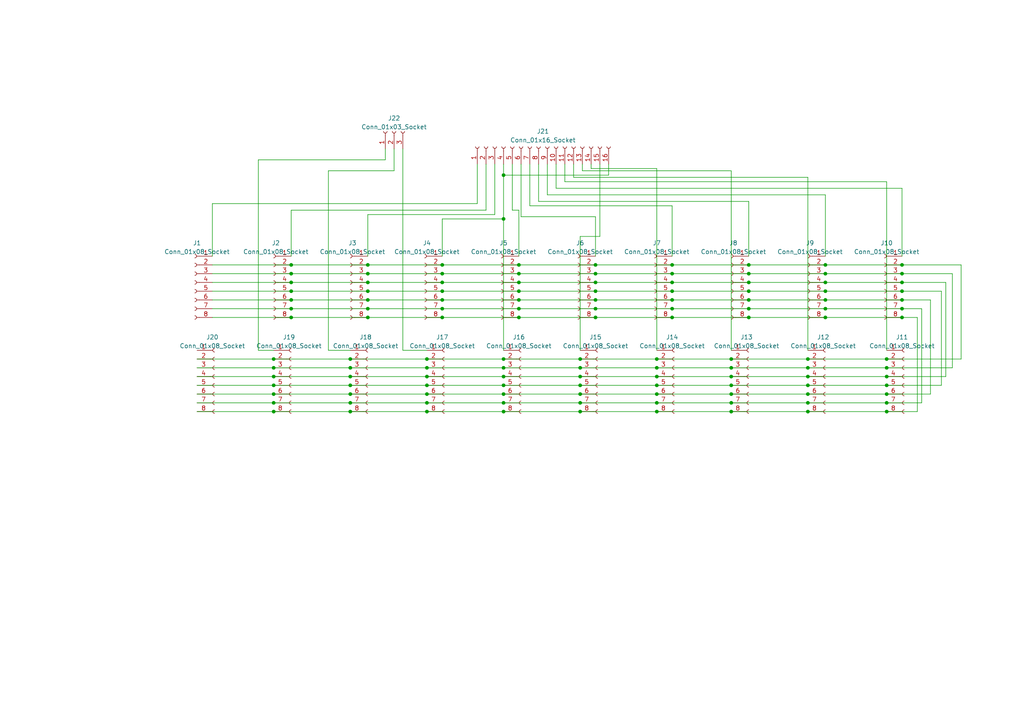
<source format=kicad_sch>
(kicad_sch (version 20230121) (generator eeschema)

  (uuid ecc1860b-6f20-4009-b9b3-05369f827ad1)

  (paper "A4")

  (lib_symbols
    (symbol "Connector:Conn_01x03_Socket" (pin_names (offset 1.016) hide) (in_bom yes) (on_board yes)
      (property "Reference" "J" (at 0 5.08 0)
        (effects (font (size 1.27 1.27)))
      )
      (property "Value" "Conn_01x03_Socket" (at 0 -5.08 0)
        (effects (font (size 1.27 1.27)))
      )
      (property "Footprint" "" (at 0 0 0)
        (effects (font (size 1.27 1.27)) hide)
      )
      (property "Datasheet" "~" (at 0 0 0)
        (effects (font (size 1.27 1.27)) hide)
      )
      (property "ki_locked" "" (at 0 0 0)
        (effects (font (size 1.27 1.27)))
      )
      (property "ki_keywords" "connector" (at 0 0 0)
        (effects (font (size 1.27 1.27)) hide)
      )
      (property "ki_description" "Generic connector, single row, 01x03, script generated" (at 0 0 0)
        (effects (font (size 1.27 1.27)) hide)
      )
      (property "ki_fp_filters" "Connector*:*_1x??_*" (at 0 0 0)
        (effects (font (size 1.27 1.27)) hide)
      )
      (symbol "Conn_01x03_Socket_1_1"
        (arc (start 0 -2.032) (mid -0.5058 -2.54) (end 0 -3.048)
          (stroke (width 0.1524) (type default))
          (fill (type none))
        )
        (polyline
          (pts
            (xy -1.27 -2.54)
            (xy -0.508 -2.54)
          )
          (stroke (width 0.1524) (type default))
          (fill (type none))
        )
        (polyline
          (pts
            (xy -1.27 0)
            (xy -0.508 0)
          )
          (stroke (width 0.1524) (type default))
          (fill (type none))
        )
        (polyline
          (pts
            (xy -1.27 2.54)
            (xy -0.508 2.54)
          )
          (stroke (width 0.1524) (type default))
          (fill (type none))
        )
        (arc (start 0 0.508) (mid -0.5058 0) (end 0 -0.508)
          (stroke (width 0.1524) (type default))
          (fill (type none))
        )
        (arc (start 0 3.048) (mid -0.5058 2.54) (end 0 2.032)
          (stroke (width 0.1524) (type default))
          (fill (type none))
        )
        (pin passive line (at -5.08 2.54 0) (length 3.81)
          (name "Pin_1" (effects (font (size 1.27 1.27))))
          (number "1" (effects (font (size 1.27 1.27))))
        )
        (pin passive line (at -5.08 0 0) (length 3.81)
          (name "Pin_2" (effects (font (size 1.27 1.27))))
          (number "2" (effects (font (size 1.27 1.27))))
        )
        (pin passive line (at -5.08 -2.54 0) (length 3.81)
          (name "Pin_3" (effects (font (size 1.27 1.27))))
          (number "3" (effects (font (size 1.27 1.27))))
        )
      )
    )
    (symbol "Connector:Conn_01x08_Socket" (pin_names (offset 1.016) hide) (in_bom yes) (on_board yes)
      (property "Reference" "J" (at 0 10.16 0)
        (effects (font (size 1.27 1.27)))
      )
      (property "Value" "Conn_01x08_Socket" (at 0 -12.7 0)
        (effects (font (size 1.27 1.27)))
      )
      (property "Footprint" "" (at 0 0 0)
        (effects (font (size 1.27 1.27)) hide)
      )
      (property "Datasheet" "~" (at 0 0 0)
        (effects (font (size 1.27 1.27)) hide)
      )
      (property "ki_locked" "" (at 0 0 0)
        (effects (font (size 1.27 1.27)))
      )
      (property "ki_keywords" "connector" (at 0 0 0)
        (effects (font (size 1.27 1.27)) hide)
      )
      (property "ki_description" "Generic connector, single row, 01x08, script generated" (at 0 0 0)
        (effects (font (size 1.27 1.27)) hide)
      )
      (property "ki_fp_filters" "Connector*:*_1x??_*" (at 0 0 0)
        (effects (font (size 1.27 1.27)) hide)
      )
      (symbol "Conn_01x08_Socket_1_1"
        (arc (start 0 -9.652) (mid -0.5058 -10.16) (end 0 -10.668)
          (stroke (width 0.1524) (type default))
          (fill (type none))
        )
        (arc (start 0 -7.112) (mid -0.5058 -7.62) (end 0 -8.128)
          (stroke (width 0.1524) (type default))
          (fill (type none))
        )
        (arc (start 0 -4.572) (mid -0.5058 -5.08) (end 0 -5.588)
          (stroke (width 0.1524) (type default))
          (fill (type none))
        )
        (arc (start 0 -2.032) (mid -0.5058 -2.54) (end 0 -3.048)
          (stroke (width 0.1524) (type default))
          (fill (type none))
        )
        (polyline
          (pts
            (xy -1.27 -10.16)
            (xy -0.508 -10.16)
          )
          (stroke (width 0.1524) (type default))
          (fill (type none))
        )
        (polyline
          (pts
            (xy -1.27 -7.62)
            (xy -0.508 -7.62)
          )
          (stroke (width 0.1524) (type default))
          (fill (type none))
        )
        (polyline
          (pts
            (xy -1.27 -5.08)
            (xy -0.508 -5.08)
          )
          (stroke (width 0.1524) (type default))
          (fill (type none))
        )
        (polyline
          (pts
            (xy -1.27 -2.54)
            (xy -0.508 -2.54)
          )
          (stroke (width 0.1524) (type default))
          (fill (type none))
        )
        (polyline
          (pts
            (xy -1.27 0)
            (xy -0.508 0)
          )
          (stroke (width 0.1524) (type default))
          (fill (type none))
        )
        (polyline
          (pts
            (xy -1.27 2.54)
            (xy -0.508 2.54)
          )
          (stroke (width 0.1524) (type default))
          (fill (type none))
        )
        (polyline
          (pts
            (xy -1.27 5.08)
            (xy -0.508 5.08)
          )
          (stroke (width 0.1524) (type default))
          (fill (type none))
        )
        (polyline
          (pts
            (xy -1.27 7.62)
            (xy -0.508 7.62)
          )
          (stroke (width 0.1524) (type default))
          (fill (type none))
        )
        (arc (start 0 0.508) (mid -0.5058 0) (end 0 -0.508)
          (stroke (width 0.1524) (type default))
          (fill (type none))
        )
        (arc (start 0 3.048) (mid -0.5058 2.54) (end 0 2.032)
          (stroke (width 0.1524) (type default))
          (fill (type none))
        )
        (arc (start 0 5.588) (mid -0.5058 5.08) (end 0 4.572)
          (stroke (width 0.1524) (type default))
          (fill (type none))
        )
        (arc (start 0 8.128) (mid -0.5058 7.62) (end 0 7.112)
          (stroke (width 0.1524) (type default))
          (fill (type none))
        )
        (pin passive line (at -5.08 7.62 0) (length 3.81)
          (name "Pin_1" (effects (font (size 1.27 1.27))))
          (number "1" (effects (font (size 1.27 1.27))))
        )
        (pin passive line (at -5.08 5.08 0) (length 3.81)
          (name "Pin_2" (effects (font (size 1.27 1.27))))
          (number "2" (effects (font (size 1.27 1.27))))
        )
        (pin passive line (at -5.08 2.54 0) (length 3.81)
          (name "Pin_3" (effects (font (size 1.27 1.27))))
          (number "3" (effects (font (size 1.27 1.27))))
        )
        (pin passive line (at -5.08 0 0) (length 3.81)
          (name "Pin_4" (effects (font (size 1.27 1.27))))
          (number "4" (effects (font (size 1.27 1.27))))
        )
        (pin passive line (at -5.08 -2.54 0) (length 3.81)
          (name "Pin_5" (effects (font (size 1.27 1.27))))
          (number "5" (effects (font (size 1.27 1.27))))
        )
        (pin passive line (at -5.08 -5.08 0) (length 3.81)
          (name "Pin_6" (effects (font (size 1.27 1.27))))
          (number "6" (effects (font (size 1.27 1.27))))
        )
        (pin passive line (at -5.08 -7.62 0) (length 3.81)
          (name "Pin_7" (effects (font (size 1.27 1.27))))
          (number "7" (effects (font (size 1.27 1.27))))
        )
        (pin passive line (at -5.08 -10.16 0) (length 3.81)
          (name "Pin_8" (effects (font (size 1.27 1.27))))
          (number "8" (effects (font (size 1.27 1.27))))
        )
      )
    )
    (symbol "Connector:Conn_01x16_Socket" (pin_names (offset 1.016) hide) (in_bom yes) (on_board yes)
      (property "Reference" "J" (at 0 20.32 0)
        (effects (font (size 1.27 1.27)))
      )
      (property "Value" "Conn_01x16_Socket" (at 0 -22.86 0)
        (effects (font (size 1.27 1.27)))
      )
      (property "Footprint" "" (at 0 0 0)
        (effects (font (size 1.27 1.27)) hide)
      )
      (property "Datasheet" "~" (at 0 0 0)
        (effects (font (size 1.27 1.27)) hide)
      )
      (property "ki_locked" "" (at 0 0 0)
        (effects (font (size 1.27 1.27)))
      )
      (property "ki_keywords" "connector" (at 0 0 0)
        (effects (font (size 1.27 1.27)) hide)
      )
      (property "ki_description" "Generic connector, single row, 01x16, script generated" (at 0 0 0)
        (effects (font (size 1.27 1.27)) hide)
      )
      (property "ki_fp_filters" "Connector*:*_1x??_*" (at 0 0 0)
        (effects (font (size 1.27 1.27)) hide)
      )
      (symbol "Conn_01x16_Socket_1_1"
        (arc (start 0 -19.812) (mid -0.5058 -20.32) (end 0 -20.828)
          (stroke (width 0.1524) (type default))
          (fill (type none))
        )
        (arc (start 0 -17.272) (mid -0.5058 -17.78) (end 0 -18.288)
          (stroke (width 0.1524) (type default))
          (fill (type none))
        )
        (arc (start 0 -14.732) (mid -0.5058 -15.24) (end 0 -15.748)
          (stroke (width 0.1524) (type default))
          (fill (type none))
        )
        (arc (start 0 -12.192) (mid -0.5058 -12.7) (end 0 -13.208)
          (stroke (width 0.1524) (type default))
          (fill (type none))
        )
        (arc (start 0 -9.652) (mid -0.5058 -10.16) (end 0 -10.668)
          (stroke (width 0.1524) (type default))
          (fill (type none))
        )
        (arc (start 0 -7.112) (mid -0.5058 -7.62) (end 0 -8.128)
          (stroke (width 0.1524) (type default))
          (fill (type none))
        )
        (arc (start 0 -4.572) (mid -0.5058 -5.08) (end 0 -5.588)
          (stroke (width 0.1524) (type default))
          (fill (type none))
        )
        (arc (start 0 -2.032) (mid -0.5058 -2.54) (end 0 -3.048)
          (stroke (width 0.1524) (type default))
          (fill (type none))
        )
        (polyline
          (pts
            (xy -1.27 -20.32)
            (xy -0.508 -20.32)
          )
          (stroke (width 0.1524) (type default))
          (fill (type none))
        )
        (polyline
          (pts
            (xy -1.27 -17.78)
            (xy -0.508 -17.78)
          )
          (stroke (width 0.1524) (type default))
          (fill (type none))
        )
        (polyline
          (pts
            (xy -1.27 -15.24)
            (xy -0.508 -15.24)
          )
          (stroke (width 0.1524) (type default))
          (fill (type none))
        )
        (polyline
          (pts
            (xy -1.27 -12.7)
            (xy -0.508 -12.7)
          )
          (stroke (width 0.1524) (type default))
          (fill (type none))
        )
        (polyline
          (pts
            (xy -1.27 -10.16)
            (xy -0.508 -10.16)
          )
          (stroke (width 0.1524) (type default))
          (fill (type none))
        )
        (polyline
          (pts
            (xy -1.27 -7.62)
            (xy -0.508 -7.62)
          )
          (stroke (width 0.1524) (type default))
          (fill (type none))
        )
        (polyline
          (pts
            (xy -1.27 -5.08)
            (xy -0.508 -5.08)
          )
          (stroke (width 0.1524) (type default))
          (fill (type none))
        )
        (polyline
          (pts
            (xy -1.27 -2.54)
            (xy -0.508 -2.54)
          )
          (stroke (width 0.1524) (type default))
          (fill (type none))
        )
        (polyline
          (pts
            (xy -1.27 0)
            (xy -0.508 0)
          )
          (stroke (width 0.1524) (type default))
          (fill (type none))
        )
        (polyline
          (pts
            (xy -1.27 2.54)
            (xy -0.508 2.54)
          )
          (stroke (width 0.1524) (type default))
          (fill (type none))
        )
        (polyline
          (pts
            (xy -1.27 5.08)
            (xy -0.508 5.08)
          )
          (stroke (width 0.1524) (type default))
          (fill (type none))
        )
        (polyline
          (pts
            (xy -1.27 7.62)
            (xy -0.508 7.62)
          )
          (stroke (width 0.1524) (type default))
          (fill (type none))
        )
        (polyline
          (pts
            (xy -1.27 10.16)
            (xy -0.508 10.16)
          )
          (stroke (width 0.1524) (type default))
          (fill (type none))
        )
        (polyline
          (pts
            (xy -1.27 12.7)
            (xy -0.508 12.7)
          )
          (stroke (width 0.1524) (type default))
          (fill (type none))
        )
        (polyline
          (pts
            (xy -1.27 15.24)
            (xy -0.508 15.24)
          )
          (stroke (width 0.1524) (type default))
          (fill (type none))
        )
        (polyline
          (pts
            (xy -1.27 17.78)
            (xy -0.508 17.78)
          )
          (stroke (width 0.1524) (type default))
          (fill (type none))
        )
        (arc (start 0 0.508) (mid -0.5058 0) (end 0 -0.508)
          (stroke (width 0.1524) (type default))
          (fill (type none))
        )
        (arc (start 0 3.048) (mid -0.5058 2.54) (end 0 2.032)
          (stroke (width 0.1524) (type default))
          (fill (type none))
        )
        (arc (start 0 5.588) (mid -0.5058 5.08) (end 0 4.572)
          (stroke (width 0.1524) (type default))
          (fill (type none))
        )
        (arc (start 0 8.128) (mid -0.5058 7.62) (end 0 7.112)
          (stroke (width 0.1524) (type default))
          (fill (type none))
        )
        (arc (start 0 10.668) (mid -0.5058 10.16) (end 0 9.652)
          (stroke (width 0.1524) (type default))
          (fill (type none))
        )
        (arc (start 0 13.208) (mid -0.5058 12.7) (end 0 12.192)
          (stroke (width 0.1524) (type default))
          (fill (type none))
        )
        (arc (start 0 15.748) (mid -0.5058 15.24) (end 0 14.732)
          (stroke (width 0.1524) (type default))
          (fill (type none))
        )
        (arc (start 0 18.288) (mid -0.5058 17.78) (end 0 17.272)
          (stroke (width 0.1524) (type default))
          (fill (type none))
        )
        (pin passive line (at -5.08 17.78 0) (length 3.81)
          (name "Pin_1" (effects (font (size 1.27 1.27))))
          (number "1" (effects (font (size 1.27 1.27))))
        )
        (pin passive line (at -5.08 -5.08 0) (length 3.81)
          (name "Pin_10" (effects (font (size 1.27 1.27))))
          (number "10" (effects (font (size 1.27 1.27))))
        )
        (pin passive line (at -5.08 -7.62 0) (length 3.81)
          (name "Pin_11" (effects (font (size 1.27 1.27))))
          (number "11" (effects (font (size 1.27 1.27))))
        )
        (pin passive line (at -5.08 -10.16 0) (length 3.81)
          (name "Pin_12" (effects (font (size 1.27 1.27))))
          (number "12" (effects (font (size 1.27 1.27))))
        )
        (pin passive line (at -5.08 -12.7 0) (length 3.81)
          (name "Pin_13" (effects (font (size 1.27 1.27))))
          (number "13" (effects (font (size 1.27 1.27))))
        )
        (pin passive line (at -5.08 -15.24 0) (length 3.81)
          (name "Pin_14" (effects (font (size 1.27 1.27))))
          (number "14" (effects (font (size 1.27 1.27))))
        )
        (pin passive line (at -5.08 -17.78 0) (length 3.81)
          (name "Pin_15" (effects (font (size 1.27 1.27))))
          (number "15" (effects (font (size 1.27 1.27))))
        )
        (pin passive line (at -5.08 -20.32 0) (length 3.81)
          (name "Pin_16" (effects (font (size 1.27 1.27))))
          (number "16" (effects (font (size 1.27 1.27))))
        )
        (pin passive line (at -5.08 15.24 0) (length 3.81)
          (name "Pin_2" (effects (font (size 1.27 1.27))))
          (number "2" (effects (font (size 1.27 1.27))))
        )
        (pin passive line (at -5.08 12.7 0) (length 3.81)
          (name "Pin_3" (effects (font (size 1.27 1.27))))
          (number "3" (effects (font (size 1.27 1.27))))
        )
        (pin passive line (at -5.08 10.16 0) (length 3.81)
          (name "Pin_4" (effects (font (size 1.27 1.27))))
          (number "4" (effects (font (size 1.27 1.27))))
        )
        (pin passive line (at -5.08 7.62 0) (length 3.81)
          (name "Pin_5" (effects (font (size 1.27 1.27))))
          (number "5" (effects (font (size 1.27 1.27))))
        )
        (pin passive line (at -5.08 5.08 0) (length 3.81)
          (name "Pin_6" (effects (font (size 1.27 1.27))))
          (number "6" (effects (font (size 1.27 1.27))))
        )
        (pin passive line (at -5.08 2.54 0) (length 3.81)
          (name "Pin_7" (effects (font (size 1.27 1.27))))
          (number "7" (effects (font (size 1.27 1.27))))
        )
        (pin passive line (at -5.08 0 0) (length 3.81)
          (name "Pin_8" (effects (font (size 1.27 1.27))))
          (number "8" (effects (font (size 1.27 1.27))))
        )
        (pin passive line (at -5.08 -2.54 0) (length 3.81)
          (name "Pin_9" (effects (font (size 1.27 1.27))))
          (number "9" (effects (font (size 1.27 1.27))))
        )
      )
    )
  )

  (junction (at 234.315 104.14) (diameter 0) (color 0 0 0 0)
    (uuid 0068b2e1-0019-4c1c-a30e-bdf1b3ec6f84)
  )
  (junction (at 257.175 109.22) (diameter 0) (color 0 0 0 0)
    (uuid 006bc0ee-8d99-43ef-bb5c-3f7f324f4a11)
  )
  (junction (at 190.5 116.84) (diameter 0) (color 0 0 0 0)
    (uuid 007b8f88-2fcf-4c77-beed-dbd5661e1cc0)
  )
  (junction (at 128.27 92.075) (diameter 0) (color 0 0 0 0)
    (uuid 023b6faf-37fc-459b-bb77-b92082b7ed0b)
  )
  (junction (at 146.05 114.3) (diameter 0) (color 0 0 0 0)
    (uuid 06776235-543c-4440-9a3b-d03bbaf1300a)
  )
  (junction (at 190.5 119.38) (diameter 0) (color 0 0 0 0)
    (uuid 07bb5a3d-7b33-4294-9629-7660b9c84367)
  )
  (junction (at 168.275 104.14) (diameter 0) (color 0 0 0 0)
    (uuid 094d2770-dcbf-4a91-ac5a-3fdd66b19a6e)
  )
  (junction (at 128.27 76.835) (diameter 0) (color 0 0 0 0)
    (uuid 0d27f3c0-cecb-473f-bc08-b16c418a9ce8)
  )
  (junction (at 123.825 111.76) (diameter 0) (color 0 0 0 0)
    (uuid 0d4fa2b9-5afe-4a2a-95ac-9f905d7a95cf)
  )
  (junction (at 101.6 114.3) (diameter 0) (color 0 0 0 0)
    (uuid 10ed19bd-da3e-47ea-a907-ebf2fa05b377)
  )
  (junction (at 194.945 76.835) (diameter 0) (color 0 0 0 0)
    (uuid 14cc2e41-5ef7-45db-8f0c-c2d6d6f0fe3e)
  )
  (junction (at 84.455 84.455) (diameter 0) (color 0 0 0 0)
    (uuid 150b922d-a3a4-45ac-a52f-9823444add12)
  )
  (junction (at 101.6 111.76) (diameter 0) (color 0 0 0 0)
    (uuid 159acc83-c2b8-4fe5-87fe-0b343cf9cf5f)
  )
  (junction (at 194.945 81.915) (diameter 0) (color 0 0 0 0)
    (uuid 176fb883-4a2b-4e50-92df-77c0e5f4f3b1)
  )
  (junction (at 239.395 92.075) (diameter 0) (color 0 0 0 0)
    (uuid 1a4858b7-cdf4-4d55-91f3-b3e83fe3f38b)
  )
  (junction (at 150.495 79.375) (diameter 0) (color 0 0 0 0)
    (uuid 1ac29174-ad2b-47aa-902f-6174472b917d)
  )
  (junction (at 106.68 81.915) (diameter 0) (color 0 0 0 0)
    (uuid 2213b2c6-a620-404d-87f8-7ff2eb02bffb)
  )
  (junction (at 234.315 106.68) (diameter 0) (color 0 0 0 0)
    (uuid 22ed2664-aa72-4aeb-bea9-2b99f41339cd)
  )
  (junction (at 123.825 116.84) (diameter 0) (color 0 0 0 0)
    (uuid 236f6ee5-966e-4c7b-85ec-b84f1f9d9b36)
  )
  (junction (at 168.275 119.38) (diameter 0) (color 0 0 0 0)
    (uuid 237fbe66-c03f-4822-8776-8f7f08be50a9)
  )
  (junction (at 150.495 76.835) (diameter 0) (color 0 0 0 0)
    (uuid 23fca557-5340-4d25-83d1-dcde3f91aa31)
  )
  (junction (at 106.68 79.375) (diameter 0) (color 0 0 0 0)
    (uuid 2502eb7c-5822-42d4-8bb2-efc1bbbe700f)
  )
  (junction (at 123.825 104.14) (diameter 0) (color 0 0 0 0)
    (uuid 286f88e3-0bb3-43a0-82ed-df4d930cdd61)
  )
  (junction (at 101.6 119.38) (diameter 0) (color 0 0 0 0)
    (uuid 2a890c66-3084-4b88-aabc-b6698e47178c)
  )
  (junction (at 261.62 86.995) (diameter 0) (color 0 0 0 0)
    (uuid 2c25128b-caac-4a16-acff-1495ec6449de)
  )
  (junction (at 79.375 119.38) (diameter 0) (color 0 0 0 0)
    (uuid 31cc8923-6012-4d00-920b-82244c77cbe4)
  )
  (junction (at 123.825 119.38) (diameter 0) (color 0 0 0 0)
    (uuid 3c8b4438-e268-4d7e-bc73-bae23583ae54)
  )
  (junction (at 106.68 89.535) (diameter 0) (color 0 0 0 0)
    (uuid 3e02d4e8-79ea-427a-af60-c6847c075858)
  )
  (junction (at 79.375 111.76) (diameter 0) (color 0 0 0 0)
    (uuid 43ee95ab-8af0-40b8-9796-cd1b3238280c)
  )
  (junction (at 128.27 81.915) (diameter 0) (color 0 0 0 0)
    (uuid 474416dd-d58e-4b9a-992c-e109df2dc4bf)
  )
  (junction (at 234.315 114.3) (diameter 0) (color 0 0 0 0)
    (uuid 4af4927e-467b-42c9-b492-6ead51d1acf0)
  )
  (junction (at 150.495 84.455) (diameter 0) (color 0 0 0 0)
    (uuid 4ef99fcb-d3ce-44f4-b88d-b48ea3c80b04)
  )
  (junction (at 79.375 104.14) (diameter 0) (color 0 0 0 0)
    (uuid 504bb20e-5712-4435-9ffe-3c0d10e7a6af)
  )
  (junction (at 194.945 92.075) (diameter 0) (color 0 0 0 0)
    (uuid 5402a0bb-359e-49e1-916b-bc9f494486c7)
  )
  (junction (at 212.09 114.3) (diameter 0) (color 0 0 0 0)
    (uuid 54b36277-0482-4038-86ce-b02c6bfa15b1)
  )
  (junction (at 261.62 92.075) (diameter 0) (color 0 0 0 0)
    (uuid 58105d4a-cbf2-4870-9c5e-87d5785a5829)
  )
  (junction (at 168.275 116.84) (diameter 0) (color 0 0 0 0)
    (uuid 58794a6b-d2e6-4eff-b145-1d40fa5f4a8c)
  )
  (junction (at 84.455 92.075) (diameter 0) (color 0 0 0 0)
    (uuid 5b1e331c-14cc-4222-9d4d-7ac386677fb4)
  )
  (junction (at 261.62 79.375) (diameter 0) (color 0 0 0 0)
    (uuid 5b6264b9-49f5-4d89-a104-ce4ad429f72f)
  )
  (junction (at 150.495 86.995) (diameter 0) (color 0 0 0 0)
    (uuid 5c3244b2-1c3b-4abf-b55a-036055958a36)
  )
  (junction (at 101.6 106.68) (diameter 0) (color 0 0 0 0)
    (uuid 5ed7aa81-2d1a-405f-a83f-8ea7104cc985)
  )
  (junction (at 194.945 86.995) (diameter 0) (color 0 0 0 0)
    (uuid 5f588c5e-4120-4539-af5f-ec0510fd0add)
  )
  (junction (at 217.17 92.075) (diameter 0) (color 0 0 0 0)
    (uuid 5f9ba350-cdb7-47d9-992e-293020f807b5)
  )
  (junction (at 239.395 76.835) (diameter 0) (color 0 0 0 0)
    (uuid 5fabb894-d59c-4651-a672-574f6dd739ec)
  )
  (junction (at 168.275 106.68) (diameter 0) (color 0 0 0 0)
    (uuid 612faa1c-442d-44bb-8af7-197d99db7e06)
  )
  (junction (at 257.175 119.38) (diameter 0) (color 0 0 0 0)
    (uuid 64a3d46d-5a72-43f5-bfd6-2ca221689664)
  )
  (junction (at 239.395 89.535) (diameter 0) (color 0 0 0 0)
    (uuid 6b344485-ab53-43ef-97f8-5c815dbb5b4f)
  )
  (junction (at 194.945 79.375) (diameter 0) (color 0 0 0 0)
    (uuid 6cca3b13-eafd-477b-93a0-d5df8c3af380)
  )
  (junction (at 239.395 84.455) (diameter 0) (color 0 0 0 0)
    (uuid 6f643bd3-846b-406f-859e-354ab83f7f44)
  )
  (junction (at 212.09 106.68) (diameter 0) (color 0 0 0 0)
    (uuid 6f6bf0aa-e0fd-42a2-8769-ce6689ede0eb)
  )
  (junction (at 101.6 109.22) (diameter 0) (color 0 0 0 0)
    (uuid 70d80329-5686-43a5-afea-d23bd9785e8c)
  )
  (junction (at 84.455 79.375) (diameter 0) (color 0 0 0 0)
    (uuid 74375b7c-44bf-4d5e-b79a-753883cc1059)
  )
  (junction (at 194.945 89.535) (diameter 0) (color 0 0 0 0)
    (uuid 77ec473f-ec15-469d-8a57-0db0b1fc110a)
  )
  (junction (at 172.72 86.995) (diameter 0) (color 0 0 0 0)
    (uuid 7bb6060e-7d8b-4198-836c-be418c42e7a5)
  )
  (junction (at 190.5 114.3) (diameter 0) (color 0 0 0 0)
    (uuid 7be81460-7945-4a1c-838b-73fd9a9b3ce2)
  )
  (junction (at 128.27 84.455) (diameter 0) (color 0 0 0 0)
    (uuid 7e2075a3-7b8c-4906-b77b-46457dc14d41)
  )
  (junction (at 261.62 81.915) (diameter 0) (color 0 0 0 0)
    (uuid 7e900a1c-4074-4393-9b72-4c3faccb1ecb)
  )
  (junction (at 261.62 84.455) (diameter 0) (color 0 0 0 0)
    (uuid 814a2e46-be11-4bbd-a4da-d6ec8d4c2f6b)
  )
  (junction (at 212.09 119.38) (diameter 0) (color 0 0 0 0)
    (uuid 81bd3314-6108-4322-b5b1-6edb06143184)
  )
  (junction (at 146.05 119.38) (diameter 0) (color 0 0 0 0)
    (uuid 83e36e2c-3474-44a6-ad34-c072c113f213)
  )
  (junction (at 212.09 109.22) (diameter 0) (color 0 0 0 0)
    (uuid 87721052-0045-47e3-8c3d-8ad22cfe6ce6)
  )
  (junction (at 101.6 116.84) (diameter 0) (color 0 0 0 0)
    (uuid 881d838a-3be8-4093-85ab-91e780dd5622)
  )
  (junction (at 106.68 84.455) (diameter 0) (color 0 0 0 0)
    (uuid 88d053d4-022b-4194-8626-0d2b11c77b8c)
  )
  (junction (at 190.5 111.76) (diameter 0) (color 0 0 0 0)
    (uuid 89f2f4b4-e2ff-4cd9-a41f-42441e50d89e)
  )
  (junction (at 257.175 116.84) (diameter 0) (color 0 0 0 0)
    (uuid 8d7cbee4-de46-4d13-a73d-5d5bd5c402f5)
  )
  (junction (at 168.275 109.22) (diameter 0) (color 0 0 0 0)
    (uuid 8dda1e6a-2523-4372-aa93-187bb59b02df)
  )
  (junction (at 190.5 109.22) (diameter 0) (color 0 0 0 0)
    (uuid 8eace026-bbc4-4089-a1c6-55820e8bd22b)
  )
  (junction (at 239.395 81.915) (diameter 0) (color 0 0 0 0)
    (uuid 8edb1030-fe53-4bb9-95a4-0fc8f0d52386)
  )
  (junction (at 217.17 76.835) (diameter 0) (color 0 0 0 0)
    (uuid 971c848e-6782-4c29-9676-9e4a38bb7f8d)
  )
  (junction (at 79.375 106.68) (diameter 0) (color 0 0 0 0)
    (uuid 986326a3-c6ec-4360-8189-996f361fef65)
  )
  (junction (at 190.5 106.68) (diameter 0) (color 0 0 0 0)
    (uuid 9966c942-a39b-42ce-ae8d-075089f3a64a)
  )
  (junction (at 217.17 79.375) (diameter 0) (color 0 0 0 0)
    (uuid 9ac4515e-4c44-4f41-b755-242882c91438)
  )
  (junction (at 257.175 106.68) (diameter 0) (color 0 0 0 0)
    (uuid 9c79bb9d-95e6-4b88-90f3-e27d187d3435)
  )
  (junction (at 106.68 86.995) (diameter 0) (color 0 0 0 0)
    (uuid 9cd43fa8-8020-4f9f-af6d-91b3eefe7926)
  )
  (junction (at 190.5 104.14) (diameter 0) (color 0 0 0 0)
    (uuid 9e0773dd-3605-4cca-a26e-c9ad97224350)
  )
  (junction (at 194.945 84.455) (diameter 0) (color 0 0 0 0)
    (uuid a05c069b-7ed6-48e3-ba3a-4eb4a64346a0)
  )
  (junction (at 79.375 116.84) (diameter 0) (color 0 0 0 0)
    (uuid a32a2ff4-9f4e-470f-aece-35d46864dc2a)
  )
  (junction (at 146.05 104.14) (diameter 0) (color 0 0 0 0)
    (uuid a48cefd7-0f8b-43b0-af79-4acbfd62ebda)
  )
  (junction (at 234.315 109.22) (diameter 0) (color 0 0 0 0)
    (uuid a574f625-0ad3-428e-a973-7b087cc9eed3)
  )
  (junction (at 84.455 86.995) (diameter 0) (color 0 0 0 0)
    (uuid a5df6c1a-5ce2-483c-8a88-24a96e8c2d9e)
  )
  (junction (at 101.6 104.14) (diameter 0) (color 0 0 0 0)
    (uuid a74e0e09-401a-486f-9fb4-53403c60406b)
  )
  (junction (at 234.315 119.38) (diameter 0) (color 0 0 0 0)
    (uuid a96eba40-7e5c-4ba5-b2a3-bc91aff7b835)
  )
  (junction (at 172.72 89.535) (diameter 0) (color 0 0 0 0)
    (uuid aee18ccd-42b4-4b7d-b42e-7017c3b2853e)
  )
  (junction (at 123.825 106.68) (diameter 0) (color 0 0 0 0)
    (uuid b444309e-ca59-4cbf-a34f-feb5ff6dca96)
  )
  (junction (at 146.05 50.8) (diameter 0) (color 0 0 0 0)
    (uuid b79e81da-1cfe-4e03-a45f-e6d0bb086290)
  )
  (junction (at 128.27 79.375) (diameter 0) (color 0 0 0 0)
    (uuid b83f7147-43b7-4ac8-82dd-246664f24cb3)
  )
  (junction (at 123.825 114.3) (diameter 0) (color 0 0 0 0)
    (uuid b9516f13-d896-468e-a411-8040fc7e7f8c)
  )
  (junction (at 257.175 114.3) (diameter 0) (color 0 0 0 0)
    (uuid bc9ea0ac-de7d-4e4b-b05a-c7bfd64dc47e)
  )
  (junction (at 146.05 106.68) (diameter 0) (color 0 0 0 0)
    (uuid bcaa5564-a22c-408a-a229-93431f5c8e7f)
  )
  (junction (at 79.375 114.3) (diameter 0) (color 0 0 0 0)
    (uuid bd9c7593-9d80-4e80-b854-500ffa4094cb)
  )
  (junction (at 146.05 116.84) (diameter 0) (color 0 0 0 0)
    (uuid bddb0044-7021-4a13-bddc-0290c0ac512b)
  )
  (junction (at 123.825 109.22) (diameter 0) (color 0 0 0 0)
    (uuid c11b8933-c04b-426f-b491-d23c16177a28)
  )
  (junction (at 217.17 86.995) (diameter 0) (color 0 0 0 0)
    (uuid c4701c4b-9d48-46b7-b8e4-f3077eb151f9)
  )
  (junction (at 239.395 86.995) (diameter 0) (color 0 0 0 0)
    (uuid c78f2ace-f4c9-4421-8817-08ff1fd56e7c)
  )
  (junction (at 172.72 79.375) (diameter 0) (color 0 0 0 0)
    (uuid c9552049-d88a-403a-9305-73b59e360754)
  )
  (junction (at 217.17 89.535) (diameter 0) (color 0 0 0 0)
    (uuid ca41b152-f8c9-4b1f-9a94-6cfc0fd86478)
  )
  (junction (at 128.27 86.995) (diameter 0) (color 0 0 0 0)
    (uuid ca791b9e-0d38-4ad0-8f53-60032b4c4895)
  )
  (junction (at 212.09 116.84) (diameter 0) (color 0 0 0 0)
    (uuid cbe975c8-e59e-4521-99de-e9358c85f395)
  )
  (junction (at 146.05 109.22) (diameter 0) (color 0 0 0 0)
    (uuid cc9682f9-951d-4fba-8c64-16e305f2d181)
  )
  (junction (at 257.175 104.14) (diameter 0) (color 0 0 0 0)
    (uuid cde0f3fc-8d92-4250-8a26-2ed2ee1fb9cc)
  )
  (junction (at 84.455 81.915) (diameter 0) (color 0 0 0 0)
    (uuid cf270069-df1d-469f-84f2-45cea22dc7e8)
  )
  (junction (at 84.455 76.835) (diameter 0) (color 0 0 0 0)
    (uuid cf41f010-2885-4b73-b13c-7b7576ed7a4d)
  )
  (junction (at 172.72 92.075) (diameter 0) (color 0 0 0 0)
    (uuid d53ae714-1ac2-4884-9e35-d7f26b618e0f)
  )
  (junction (at 234.315 111.76) (diameter 0) (color 0 0 0 0)
    (uuid d573f435-3589-43c5-a25c-637786292bbf)
  )
  (junction (at 239.395 79.375) (diameter 0) (color 0 0 0 0)
    (uuid d7f98ee3-b2ee-4b5c-a6c1-06cecfce05c0)
  )
  (junction (at 172.72 81.915) (diameter 0) (color 0 0 0 0)
    (uuid d86a4894-514d-4540-b44b-5845268f4940)
  )
  (junction (at 172.72 84.455) (diameter 0) (color 0 0 0 0)
    (uuid d887167a-fec0-4378-84db-c646969f734a)
  )
  (junction (at 150.495 81.915) (diameter 0) (color 0 0 0 0)
    (uuid dc6455a1-3f57-45ef-af88-b67f13f7c191)
  )
  (junction (at 106.68 76.835) (diameter 0) (color 0 0 0 0)
    (uuid e28d4ac0-3311-4c8f-a657-5846f45e63eb)
  )
  (junction (at 257.175 111.76) (diameter 0) (color 0 0 0 0)
    (uuid e3d56d05-4125-4b38-abdc-6cebfd6cb1cf)
  )
  (junction (at 84.455 89.535) (diameter 0) (color 0 0 0 0)
    (uuid e5cbf1fd-0fd8-46b1-b8a0-527f5573fc7a)
  )
  (junction (at 168.275 111.76) (diameter 0) (color 0 0 0 0)
    (uuid e7372a74-fae8-4aa6-85e1-b753aa04c35c)
  )
  (junction (at 79.375 109.22) (diameter 0) (color 0 0 0 0)
    (uuid e97e226f-faec-424d-86b6-04e1b6853671)
  )
  (junction (at 150.495 89.535) (diameter 0) (color 0 0 0 0)
    (uuid ed5d3231-cd1f-4c3f-ad2c-6bd8819ad950)
  )
  (junction (at 217.17 84.455) (diameter 0) (color 0 0 0 0)
    (uuid eebfd8f6-6cff-42e8-88a0-368a6aa07892)
  )
  (junction (at 234.315 116.84) (diameter 0) (color 0 0 0 0)
    (uuid ef108d00-1e7d-4944-ae83-1291e81e725b)
  )
  (junction (at 212.09 111.76) (diameter 0) (color 0 0 0 0)
    (uuid f1567812-e194-4c32-b032-ea5cd245786b)
  )
  (junction (at 172.72 76.835) (diameter 0) (color 0 0 0 0)
    (uuid f15a896a-bbde-4fea-95e2-ddd04bd85af8)
  )
  (junction (at 168.275 114.3) (diameter 0) (color 0 0 0 0)
    (uuid f2b816e8-4444-491f-861b-e9bb36aa7113)
  )
  (junction (at 106.68 92.075) (diameter 0) (color 0 0 0 0)
    (uuid f2fbcf18-e37c-469c-b2ed-8e09795dcc2d)
  )
  (junction (at 217.17 81.915) (diameter 0) (color 0 0 0 0)
    (uuid f4b0b583-1584-48bb-ae1f-3abb2891e6e0)
  )
  (junction (at 146.05 111.76) (diameter 0) (color 0 0 0 0)
    (uuid f6d45bb6-4b96-4fd8-9af3-b308d534f08f)
  )
  (junction (at 150.495 92.075) (diameter 0) (color 0 0 0 0)
    (uuid f72f7f74-fc3a-4c25-90a4-83a9b734ad95)
  )
  (junction (at 128.27 89.535) (diameter 0) (color 0 0 0 0)
    (uuid fb1a58b3-3c29-4f50-8611-440c0cd61124)
  )
  (junction (at 261.62 76.835) (diameter 0) (color 0 0 0 0)
    (uuid fb1de61f-e98a-4a89-b6c3-c6a557d5bb21)
  )
  (junction (at 212.09 104.14) (diameter 0) (color 0 0 0 0)
    (uuid fb97de39-9858-4121-bc68-0ede4e10cff1)
  )
  (junction (at 146.05 63.5) (diameter 0) (color 0 0 0 0)
    (uuid fbd13dea-e720-45d0-990d-74e02774b5d9)
  )
  (junction (at 261.62 89.535) (diameter 0) (color 0 0 0 0)
    (uuid fcd485f1-bfdf-4fee-a356-1560ddad231d)
  )

  (wire (pts (xy 106.68 74.295) (xy 106.68 62.23))
    (stroke (width 0) (type default))
    (uuid 0194f6b2-a501-48c0-adae-cf0761c49f05)
  )
  (wire (pts (xy 234.315 111.76) (xy 212.09 111.76))
    (stroke (width 0) (type default))
    (uuid 02dc0f75-1d16-4c8b-9697-4ee85ede7665)
  )
  (wire (pts (xy 79.375 109.22) (xy 57.15 109.22))
    (stroke (width 0) (type default))
    (uuid 03af5a87-7588-4903-b329-cd0489bc3bb2)
  )
  (wire (pts (xy 194.945 84.455) (xy 217.17 84.455))
    (stroke (width 0) (type default))
    (uuid 03ccfb00-54ca-4272-a0c7-1b10aa0916a5)
  )
  (wire (pts (xy 123.825 104.14) (xy 101.6 104.14))
    (stroke (width 0) (type default))
    (uuid 065bc17d-9ed4-4d30-a8a7-c0e147937906)
  )
  (wire (pts (xy 150.495 92.075) (xy 172.72 92.075))
    (stroke (width 0) (type default))
    (uuid 07e04ce6-0e84-4770-ba69-7b46888050c3)
  )
  (wire (pts (xy 217.17 92.075) (xy 239.395 92.075))
    (stroke (width 0) (type default))
    (uuid 0814c0b3-bdd2-4dd9-92d5-1c915c47cb90)
  )
  (wire (pts (xy 116.84 43.18) (xy 116.84 101.6))
    (stroke (width 0) (type default))
    (uuid 0860248c-91d9-4892-a114-f5f7057e2338)
  )
  (wire (pts (xy 106.68 81.915) (xy 128.27 81.915))
    (stroke (width 0) (type default))
    (uuid 08c43ec2-9baa-40e1-9cae-bed69d4f05ea)
  )
  (wire (pts (xy 74.93 46.355) (xy 74.93 101.6))
    (stroke (width 0) (type default))
    (uuid 08fa2675-67cc-4084-9b89-2f432409500f)
  )
  (wire (pts (xy 156.21 58.42) (xy 217.17 58.42))
    (stroke (width 0) (type default))
    (uuid 0af92fa8-122f-4b5e-b8e3-6f0d5d62adc3)
  )
  (wire (pts (xy 146.05 50.8) (xy 146.05 63.5))
    (stroke (width 0) (type default))
    (uuid 0b86e01e-4698-42f3-957a-19a2f2f0909a)
  )
  (wire (pts (xy 274.32 81.915) (xy 274.32 109.22))
    (stroke (width 0) (type default))
    (uuid 0c60cdeb-690c-4767-bc89-61cb6a3ed384)
  )
  (wire (pts (xy 84.455 81.915) (xy 106.68 81.915))
    (stroke (width 0) (type default))
    (uuid 0c7a46eb-d7c9-45ef-8803-1285e8e367c4)
  )
  (wire (pts (xy 257.175 52.705) (xy 257.175 101.6))
    (stroke (width 0) (type default))
    (uuid 0c991f95-7b47-4b25-aef8-34f2d6c8f2ce)
  )
  (wire (pts (xy 239.395 89.535) (xy 261.62 89.535))
    (stroke (width 0) (type default))
    (uuid 0d435dc0-1b66-41f4-89c6-909a21835131)
  )
  (wire (pts (xy 95.25 49.53) (xy 114.3 49.53))
    (stroke (width 0) (type default))
    (uuid 0d5cea81-260b-4124-af57-c87f40e18c44)
  )
  (wire (pts (xy 171.45 48.895) (xy 190.5 48.895))
    (stroke (width 0) (type default))
    (uuid 1138f6be-a768-494a-818f-f2c7eb214e05)
  )
  (wire (pts (xy 172.72 89.535) (xy 194.945 89.535))
    (stroke (width 0) (type default))
    (uuid 123800be-d70c-490a-ba9b-49abe2bdb88d)
  )
  (wire (pts (xy 168.275 109.22) (xy 146.05 109.22))
    (stroke (width 0) (type default))
    (uuid 12bd4b78-304a-415a-a70d-6ac64558a75b)
  )
  (wire (pts (xy 123.825 109.22) (xy 101.6 109.22))
    (stroke (width 0) (type default))
    (uuid 14033569-1b10-4d21-8977-90089736fa8d)
  )
  (wire (pts (xy 172.72 62.865) (xy 172.72 74.295))
    (stroke (width 0) (type default))
    (uuid 149bb5b0-e72c-4d75-b45c-64f770dbe024)
  )
  (wire (pts (xy 146.05 106.68) (xy 123.825 106.68))
    (stroke (width 0) (type default))
    (uuid 1736b773-c9de-4dce-b7e8-37fff7ba6858)
  )
  (wire (pts (xy 194.945 59.69) (xy 153.67 59.69))
    (stroke (width 0) (type default))
    (uuid 187b4f06-d840-4ac8-9d8a-a218a12ee467)
  )
  (wire (pts (xy 128.27 84.455) (xy 150.495 84.455))
    (stroke (width 0) (type default))
    (uuid 19620cf7-6c37-41eb-8c98-a5bcec6eda4f)
  )
  (wire (pts (xy 166.37 51.435) (xy 234.315 51.435))
    (stroke (width 0) (type default))
    (uuid 19ce0298-9e61-4f94-88ef-9162b84feccf)
  )
  (wire (pts (xy 79.375 111.76) (xy 57.15 111.76))
    (stroke (width 0) (type default))
    (uuid 19f4cb56-b8b2-4154-821f-327ff682a000)
  )
  (wire (pts (xy 123.825 114.3) (xy 101.6 114.3))
    (stroke (width 0) (type default))
    (uuid 1bdec982-be0b-4d83-8f95-c399aee8cff7)
  )
  (wire (pts (xy 234.315 104.14) (xy 212.09 104.14))
    (stroke (width 0) (type default))
    (uuid 1bfff941-f0ed-454a-bc8e-712a68ef8d50)
  )
  (wire (pts (xy 156.21 47.625) (xy 156.21 58.42))
    (stroke (width 0) (type default))
    (uuid 1c1ee0fa-dcec-4268-850d-5ada09c037a0)
  )
  (wire (pts (xy 239.395 92.075) (xy 261.62 92.075))
    (stroke (width 0) (type default))
    (uuid 1ec0c513-d673-419f-80f6-6f8c25d89bd1)
  )
  (wire (pts (xy 190.5 119.38) (xy 168.275 119.38))
    (stroke (width 0) (type default))
    (uuid 238b1dc8-29a3-4c7f-a2bf-d63a471c8de3)
  )
  (wire (pts (xy 153.67 59.69) (xy 153.67 47.625))
    (stroke (width 0) (type default))
    (uuid 24ec56d1-8b5e-4e7b-8106-334fa7ccb94d)
  )
  (wire (pts (xy 123.825 111.76) (xy 101.6 111.76))
    (stroke (width 0) (type default))
    (uuid 25128239-1914-4241-9650-b3098672c336)
  )
  (wire (pts (xy 239.395 76.835) (xy 261.62 76.835))
    (stroke (width 0) (type default))
    (uuid 28195a09-eb5e-4fa3-bb75-c5dd5051978b)
  )
  (wire (pts (xy 261.62 81.915) (xy 274.32 81.915))
    (stroke (width 0) (type default))
    (uuid 288d90e6-0962-451f-844a-aa83847ae0d6)
  )
  (wire (pts (xy 146.05 63.5) (xy 146.05 101.6))
    (stroke (width 0) (type default))
    (uuid 2c8511a8-7acb-4568-83c6-0f2998019a0e)
  )
  (wire (pts (xy 278.765 76.835) (xy 278.765 104.14))
    (stroke (width 0) (type default))
    (uuid 2fbb66fa-9bbb-4649-be86-3307c9d37c06)
  )
  (wire (pts (xy 217.17 58.42) (xy 217.17 74.295))
    (stroke (width 0) (type default))
    (uuid 2ff2608d-333d-4a58-a776-a10b3eb373e2)
  )
  (wire (pts (xy 101.6 104.14) (xy 79.375 104.14))
    (stroke (width 0) (type default))
    (uuid 311ee0d5-9bf9-45bc-b8e2-f51d089683a8)
  )
  (wire (pts (xy 114.3 49.53) (xy 114.3 43.18))
    (stroke (width 0) (type default))
    (uuid 324d372e-8f0e-4771-aebe-c2e727729293)
  )
  (wire (pts (xy 273.05 111.76) (xy 257.175 111.76))
    (stroke (width 0) (type default))
    (uuid 32c0c683-029e-4226-9431-2c0146e65a61)
  )
  (wire (pts (xy 84.455 60.96) (xy 84.455 74.295))
    (stroke (width 0) (type default))
    (uuid 3314d6af-04d9-4af2-b0ce-1014d433f381)
  )
  (wire (pts (xy 172.72 86.995) (xy 194.945 86.995))
    (stroke (width 0) (type default))
    (uuid 3391dc21-a408-4f72-a4bb-1b42a8f72c60)
  )
  (wire (pts (xy 61.595 74.295) (xy 61.595 59.055))
    (stroke (width 0) (type default))
    (uuid 349bf533-3a7b-43ac-b07b-a681f3d56807)
  )
  (wire (pts (xy 172.72 76.835) (xy 194.945 76.835))
    (stroke (width 0) (type default))
    (uuid 350e2bf2-b47d-4be0-a414-b0afb0e8350a)
  )
  (wire (pts (xy 161.29 54.61) (xy 261.62 54.61))
    (stroke (width 0) (type default))
    (uuid 365b4b00-3190-405e-91dc-9c3a37a54f93)
  )
  (wire (pts (xy 61.595 92.075) (xy 84.455 92.075))
    (stroke (width 0) (type default))
    (uuid 380ce1d3-6e21-438c-9a4a-6826d21e1b02)
  )
  (wire (pts (xy 173.99 47.625) (xy 173.99 68.58))
    (stroke (width 0) (type default))
    (uuid 3846437f-804c-4754-b36c-b4c417c9b5f8)
  )
  (wire (pts (xy 278.765 104.14) (xy 257.175 104.14))
    (stroke (width 0) (type default))
    (uuid 38e37255-b0a7-42cf-a8ed-98bc29fa7642)
  )
  (wire (pts (xy 212.09 49.53) (xy 212.09 101.6))
    (stroke (width 0) (type default))
    (uuid 3ab56802-0136-4e91-a613-23dcfcf0f07b)
  )
  (wire (pts (xy 95.25 101.6) (xy 95.25 49.53))
    (stroke (width 0) (type default))
    (uuid 3b1910db-bfb3-4800-ab7e-92df050bfba6)
  )
  (wire (pts (xy 266.065 119.38) (xy 257.175 119.38))
    (stroke (width 0) (type default))
    (uuid 3e30f329-d26f-4591-bddf-044a66fb5627)
  )
  (wire (pts (xy 84.455 86.995) (xy 106.68 86.995))
    (stroke (width 0) (type default))
    (uuid 3eca4977-1cae-4250-b097-867b2f3a9fc8)
  )
  (wire (pts (xy 194.945 79.375) (xy 217.17 79.375))
    (stroke (width 0) (type default))
    (uuid 44205870-c607-4588-8a62-60c6a5d424e6)
  )
  (wire (pts (xy 239.395 84.455) (xy 261.62 84.455))
    (stroke (width 0) (type default))
    (uuid 463263ae-bd32-4809-9389-cf5bbe8a31df)
  )
  (wire (pts (xy 61.595 89.535) (xy 84.455 89.535))
    (stroke (width 0) (type default))
    (uuid 47999d47-3bc8-4d75-9624-5ec1257fa026)
  )
  (wire (pts (xy 276.225 106.68) (xy 257.175 106.68))
    (stroke (width 0) (type default))
    (uuid 495357e4-4780-4295-84ce-6224e37853d0)
  )
  (wire (pts (xy 106.68 76.835) (xy 128.27 76.835))
    (stroke (width 0) (type default))
    (uuid 4953bb24-fb68-44ab-9e47-02eba841f0b7)
  )
  (wire (pts (xy 269.875 86.995) (xy 269.875 114.3))
    (stroke (width 0) (type default))
    (uuid 49f923d3-8112-450a-8f5d-690ea4f3e6df)
  )
  (wire (pts (xy 239.395 79.375) (xy 261.62 79.375))
    (stroke (width 0) (type default))
    (uuid 4a67bab8-bac3-4f68-b520-2a47f70e6250)
  )
  (wire (pts (xy 128.27 86.995) (xy 150.495 86.995))
    (stroke (width 0) (type default))
    (uuid 4ab4d47c-8e8c-4be8-921f-49e0152f580a)
  )
  (wire (pts (xy 74.93 101.6) (xy 79.375 101.6))
    (stroke (width 0) (type default))
    (uuid 4bc5be67-204d-4ee9-aed0-c22b8a25558d)
  )
  (wire (pts (xy 128.27 81.915) (xy 150.495 81.915))
    (stroke (width 0) (type default))
    (uuid 4c0f2191-c7b2-4239-b913-b3f0b4ff8713)
  )
  (wire (pts (xy 101.6 119.38) (xy 79.375 119.38))
    (stroke (width 0) (type default))
    (uuid 4c344893-9e47-461e-bfc2-9359e4499616)
  )
  (wire (pts (xy 101.6 101.6) (xy 95.25 101.6))
    (stroke (width 0) (type default))
    (uuid 4e2f2734-af43-4599-a11c-a7567581cf43)
  )
  (wire (pts (xy 261.62 76.835) (xy 278.765 76.835))
    (stroke (width 0) (type default))
    (uuid 4e691054-ee94-417d-b6da-f890a51cb0ef)
  )
  (wire (pts (xy 116.84 101.6) (xy 123.825 101.6))
    (stroke (width 0) (type default))
    (uuid 4f19c8fe-389f-459f-bcc5-cc45cf2cef76)
  )
  (wire (pts (xy 267.335 116.84) (xy 257.175 116.84))
    (stroke (width 0) (type default))
    (uuid 50ccf90b-9664-4d15-8f6f-0c3dea5e8273)
  )
  (wire (pts (xy 158.75 47.625) (xy 158.75 56.515))
    (stroke (width 0) (type default))
    (uuid 516a3e74-b0de-4aee-9190-e02a0476925f)
  )
  (wire (pts (xy 274.32 109.22) (xy 257.175 109.22))
    (stroke (width 0) (type default))
    (uuid 5209809d-2de3-424d-a531-27d7e4358d9d)
  )
  (wire (pts (xy 138.43 47.625) (xy 138.43 59.055))
    (stroke (width 0) (type default))
    (uuid 5347c01c-9dda-44d5-a4f7-3898a4a1cfd6)
  )
  (wire (pts (xy 106.68 89.535) (xy 128.27 89.535))
    (stroke (width 0) (type default))
    (uuid 535d90aa-66cc-460b-a155-6b11bd0714c3)
  )
  (wire (pts (xy 194.945 74.295) (xy 194.945 59.69))
    (stroke (width 0) (type default))
    (uuid 547857e4-3bfc-47f6-b3e0-b433dcbf9f4a)
  )
  (wire (pts (xy 212.09 109.22) (xy 190.5 109.22))
    (stroke (width 0) (type default))
    (uuid 548d80d5-008e-45ca-a8bf-148b974df661)
  )
  (wire (pts (xy 166.37 47.625) (xy 166.37 51.435))
    (stroke (width 0) (type default))
    (uuid 56a02f22-988b-4b6d-b66a-3b4aa16d550c)
  )
  (wire (pts (xy 61.595 79.375) (xy 84.455 79.375))
    (stroke (width 0) (type default))
    (uuid 56adb01a-6ada-447a-81bb-38842681c438)
  )
  (wire (pts (xy 194.945 81.915) (xy 217.17 81.915))
    (stroke (width 0) (type default))
    (uuid 56c657ec-68f1-4def-a8ae-0c02dec327a7)
  )
  (wire (pts (xy 61.595 76.835) (xy 84.455 76.835))
    (stroke (width 0) (type default))
    (uuid 56ec0c02-8909-429b-acd3-3f604607546f)
  )
  (wire (pts (xy 276.225 79.375) (xy 276.225 106.68))
    (stroke (width 0) (type default))
    (uuid 575d3839-6d67-4f55-9c10-6a93f20de619)
  )
  (wire (pts (xy 151.13 47.625) (xy 151.13 62.865))
    (stroke (width 0) (type default))
    (uuid 58072007-d4c1-4f8e-9bf8-889050f64654)
  )
  (wire (pts (xy 146.05 116.84) (xy 123.825 116.84))
    (stroke (width 0) (type default))
    (uuid 5880e75e-0058-4892-a22c-a18d43a8a955)
  )
  (wire (pts (xy 168.275 106.68) (xy 146.05 106.68))
    (stroke (width 0) (type default))
    (uuid 59f2a29a-e732-46f1-a272-5669f153be45)
  )
  (wire (pts (xy 84.455 89.535) (xy 106.68 89.535))
    (stroke (width 0) (type default))
    (uuid 5a3eaab3-26c2-4893-9400-3f777606dcd3)
  )
  (wire (pts (xy 140.97 47.625) (xy 140.97 60.96))
    (stroke (width 0) (type default))
    (uuid 5b4b4d4f-b5a8-4737-a37f-dfbce5bfdde5)
  )
  (wire (pts (xy 217.17 81.915) (xy 239.395 81.915))
    (stroke (width 0) (type default))
    (uuid 5d79d2f6-a074-4daa-8913-7c75bb85acc7)
  )
  (wire (pts (xy 239.395 56.515) (xy 239.395 74.295))
    (stroke (width 0) (type default))
    (uuid 62c2a290-5d26-429a-9081-72884b542a0e)
  )
  (wire (pts (xy 172.72 84.455) (xy 194.945 84.455))
    (stroke (width 0) (type default))
    (uuid 648aab9e-8b1e-4d47-811c-95180c09ded2)
  )
  (wire (pts (xy 194.945 89.535) (xy 217.17 89.535))
    (stroke (width 0) (type default))
    (uuid 64b1f1f4-a795-4728-8f89-c8f8e89bd139)
  )
  (wire (pts (xy 173.99 68.58) (xy 168.275 68.58))
    (stroke (width 0) (type default))
    (uuid 64b27268-249b-4779-9975-8a0aa359fe03)
  )
  (wire (pts (xy 176.53 50.8) (xy 176.53 47.625))
    (stroke (width 0) (type default))
    (uuid 651e4d03-cbd5-4fff-9284-5540113df3d2)
  )
  (wire (pts (xy 146.05 104.14) (xy 123.825 104.14))
    (stroke (width 0) (type default))
    (uuid 65ea183d-683b-4a60-9a93-af2e73800b5d)
  )
  (wire (pts (xy 212.09 119.38) (xy 190.5 119.38))
    (stroke (width 0) (type default))
    (uuid 6763ec80-a874-43ea-8833-1f44aabe0ac8)
  )
  (wire (pts (xy 168.91 49.53) (xy 212.09 49.53))
    (stroke (width 0) (type default))
    (uuid 699f9840-2e88-468b-93b3-d2a2b650312e)
  )
  (wire (pts (xy 212.09 116.84) (xy 190.5 116.84))
    (stroke (width 0) (type default))
    (uuid 6bcfd401-ec98-4690-9a64-42f561baa8c1)
  )
  (wire (pts (xy 239.395 81.915) (xy 261.62 81.915))
    (stroke (width 0) (type default))
    (uuid 6c360bc9-06a4-4d6e-ba84-113ca68e4bd5)
  )
  (wire (pts (xy 84.455 84.455) (xy 106.68 84.455))
    (stroke (width 0) (type default))
    (uuid 6e4f8888-e99c-4ed3-bfac-f57d5c217757)
  )
  (wire (pts (xy 239.395 86.995) (xy 261.62 86.995))
    (stroke (width 0) (type default))
    (uuid 6eef394c-cbb8-48e5-a301-421ef08ea3b9)
  )
  (wire (pts (xy 217.17 86.995) (xy 239.395 86.995))
    (stroke (width 0) (type default))
    (uuid 6fe24aa4-3186-4092-b67e-da10f4e00a7a)
  )
  (wire (pts (xy 190.5 111.76) (xy 168.275 111.76))
    (stroke (width 0) (type default))
    (uuid 70c52ffb-a544-4693-adf5-4bf157793025)
  )
  (wire (pts (xy 106.68 84.455) (xy 128.27 84.455))
    (stroke (width 0) (type default))
    (uuid 71f3123f-7f3e-4938-b9dd-48a1bb3fdcfb)
  )
  (wire (pts (xy 146.05 63.5) (xy 128.27 63.5))
    (stroke (width 0) (type default))
    (uuid 72bfcf1e-d64a-4d91-a01b-8ab378b228dd)
  )
  (wire (pts (xy 101.6 114.3) (xy 79.375 114.3))
    (stroke (width 0) (type default))
    (uuid 762ccd4c-0aed-49ec-8a2a-9957981911ec)
  )
  (wire (pts (xy 212.09 114.3) (xy 190.5 114.3))
    (stroke (width 0) (type default))
    (uuid 76a5513c-d7a4-49f4-8c2b-3c95ee862744)
  )
  (wire (pts (xy 168.275 68.58) (xy 168.275 101.6))
    (stroke (width 0) (type default))
    (uuid 76a7b70d-e0aa-4a4f-a528-b37d58d1aad7)
  )
  (wire (pts (xy 257.175 104.14) (xy 234.315 104.14))
    (stroke (width 0) (type default))
    (uuid 789f23ef-cdee-43f2-ba55-df30584b2115)
  )
  (wire (pts (xy 212.09 106.68) (xy 190.5 106.68))
    (stroke (width 0) (type default))
    (uuid 7b83278b-b4b7-41f1-8c83-42dba7444730)
  )
  (wire (pts (xy 172.72 92.075) (xy 194.945 92.075))
    (stroke (width 0) (type default))
    (uuid 7bd64461-2bd0-47e4-bbf3-a18025215b3e)
  )
  (wire (pts (xy 168.275 119.38) (xy 146.05 119.38))
    (stroke (width 0) (type default))
    (uuid 7ecafe65-ef9b-48c2-8359-f521c04ae80f)
  )
  (wire (pts (xy 106.68 86.995) (xy 128.27 86.995))
    (stroke (width 0) (type default))
    (uuid 7f72d373-b9e2-4034-8264-9b005a824b7d)
  )
  (wire (pts (xy 161.29 47.625) (xy 161.29 54.61))
    (stroke (width 0) (type default))
    (uuid 7f935364-8cd4-4fd9-884f-4beeb1a428cc)
  )
  (wire (pts (xy 257.175 111.76) (xy 234.315 111.76))
    (stroke (width 0) (type default))
    (uuid 7fd861c4-20bc-4073-904f-997eb47b9cec)
  )
  (wire (pts (xy 128.27 92.075) (xy 150.495 92.075))
    (stroke (width 0) (type default))
    (uuid 81a7abe2-0d7d-4971-9b4d-66184c946bfd)
  )
  (wire (pts (xy 146.05 114.3) (xy 123.825 114.3))
    (stroke (width 0) (type default))
    (uuid 8311c229-1032-4cbd-8b80-62f8e4fbb74e)
  )
  (wire (pts (xy 217.17 84.455) (xy 239.395 84.455))
    (stroke (width 0) (type default))
    (uuid 838143b1-7a69-418b-9f1c-7007aba6552e)
  )
  (wire (pts (xy 190.5 116.84) (xy 168.275 116.84))
    (stroke (width 0) (type default))
    (uuid 8508b60d-1745-407e-94b7-6280b06a0b10)
  )
  (wire (pts (xy 123.825 119.38) (xy 101.6 119.38))
    (stroke (width 0) (type default))
    (uuid 85b1905e-eb47-49b0-bead-a600441eef40)
  )
  (wire (pts (xy 140.97 60.96) (xy 84.455 60.96))
    (stroke (width 0) (type default))
    (uuid 860d58ee-180d-407b-bd7d-665f0235d2bb)
  )
  (wire (pts (xy 101.6 106.68) (xy 79.375 106.68))
    (stroke (width 0) (type default))
    (uuid 885b3470-c5e5-4538-8c4f-84bc5075b563)
  )
  (wire (pts (xy 168.275 116.84) (xy 146.05 116.84))
    (stroke (width 0) (type default))
    (uuid 888e44a3-22a2-41f3-8484-68168ed8924a)
  )
  (wire (pts (xy 261.62 89.535) (xy 267.335 89.535))
    (stroke (width 0) (type default))
    (uuid 88d63ac6-c970-4d09-a7ae-16c8a2dcc8e1)
  )
  (wire (pts (xy 217.17 89.535) (xy 239.395 89.535))
    (stroke (width 0) (type default))
    (uuid 8b1e1d3a-2b53-4da0-a57a-434affb2ce4d)
  )
  (wire (pts (xy 106.68 62.23) (xy 143.51 62.23))
    (stroke (width 0) (type default))
    (uuid 8c3eeeb1-e09c-4777-bf9e-f515a49bc94e)
  )
  (wire (pts (xy 128.27 76.835) (xy 150.495 76.835))
    (stroke (width 0) (type default))
    (uuid 8d046c68-9e50-446f-9823-d3f45e34bd5b)
  )
  (wire (pts (xy 84.455 92.075) (xy 106.68 92.075))
    (stroke (width 0) (type default))
    (uuid 916fdec7-68db-4e14-80f1-918ab4e04d2c)
  )
  (wire (pts (xy 150.495 60.96) (xy 148.59 60.96))
    (stroke (width 0) (type default))
    (uuid 92877613-6b4e-4221-a41f-f2abf7ff0735)
  )
  (wire (pts (xy 150.495 84.455) (xy 172.72 84.455))
    (stroke (width 0) (type default))
    (uuid 933744f9-1c18-4a85-9a7e-97a2d25bb64c)
  )
  (wire (pts (xy 128.27 89.535) (xy 150.495 89.535))
    (stroke (width 0) (type default))
    (uuid 95a8d488-8368-4fdd-b76e-5c6737846656)
  )
  (wire (pts (xy 234.315 109.22) (xy 212.09 109.22))
    (stroke (width 0) (type default))
    (uuid 9691e042-c32b-4d20-9571-31403351a4ff)
  )
  (wire (pts (xy 212.09 104.14) (xy 190.5 104.14))
    (stroke (width 0) (type default))
    (uuid 98725efa-49dc-4fbb-8e9a-980827f78f8e)
  )
  (wire (pts (xy 273.05 84.455) (xy 273.05 111.76))
    (stroke (width 0) (type default))
    (uuid 99f27eff-37dc-4beb-af7a-4ada835ca6ae)
  )
  (wire (pts (xy 79.375 119.38) (xy 57.15 119.38))
    (stroke (width 0) (type default))
    (uuid 9aca4726-beea-4ce7-8a0d-fb6185caacd2)
  )
  (wire (pts (xy 79.375 104.14) (xy 57.15 104.14))
    (stroke (width 0) (type default))
    (uuid 9b3f3712-93c4-4065-a493-9615b239ca6a)
  )
  (wire (pts (xy 171.45 47.625) (xy 171.45 48.895))
    (stroke (width 0) (type default))
    (uuid 9d177cb0-743d-43ec-b6c3-6b6e74376743)
  )
  (wire (pts (xy 217.17 76.835) (xy 239.395 76.835))
    (stroke (width 0) (type default))
    (uuid 9e4f3855-0cb1-4113-800c-957481382709)
  )
  (wire (pts (xy 261.62 54.61) (xy 261.62 74.295))
    (stroke (width 0) (type default))
    (uuid 9f626f3c-a17a-4d53-93f8-23b5885b4870)
  )
  (wire (pts (xy 234.315 119.38) (xy 212.09 119.38))
    (stroke (width 0) (type default))
    (uuid 9f7b0dcc-90e2-4862-b848-8203963d8555)
  )
  (wire (pts (xy 146.05 50.8) (xy 176.53 50.8))
    (stroke (width 0) (type default))
    (uuid a2574ac8-530f-4d0d-8719-ed13de5884ed)
  )
  (wire (pts (xy 101.6 111.76) (xy 79.375 111.76))
    (stroke (width 0) (type default))
    (uuid a3c9b2fc-c287-49b5-9fec-6a379881a33e)
  )
  (wire (pts (xy 61.595 59.055) (xy 138.43 59.055))
    (stroke (width 0) (type default))
    (uuid a3ed70d9-aed4-4a53-880f-5f5152603cc4)
  )
  (wire (pts (xy 150.495 79.375) (xy 172.72 79.375))
    (stroke (width 0) (type default))
    (uuid a3f938c8-f6fc-4010-8951-1becb20f44aa)
  )
  (wire (pts (xy 261.62 86.995) (xy 269.875 86.995))
    (stroke (width 0) (type default))
    (uuid a62efddf-ad99-41fb-8041-cc2e0565e051)
  )
  (wire (pts (xy 151.13 62.865) (xy 172.72 62.865))
    (stroke (width 0) (type default))
    (uuid a7a31d3b-3504-45f1-acd2-51020901517e)
  )
  (wire (pts (xy 266.065 92.075) (xy 266.065 119.38))
    (stroke (width 0) (type default))
    (uuid a7f99fbd-85b2-4c3e-9c4c-c32620d8df03)
  )
  (wire (pts (xy 150.495 60.96) (xy 150.495 74.295))
    (stroke (width 0) (type default))
    (uuid a97d9bcb-5a44-40fd-b966-91cb21b895f6)
  )
  (wire (pts (xy 168.275 104.14) (xy 146.05 104.14))
    (stroke (width 0) (type default))
    (uuid ace0a882-4aaa-458d-98fe-02b423bec652)
  )
  (wire (pts (xy 190.5 109.22) (xy 168.275 109.22))
    (stroke (width 0) (type default))
    (uuid ae542798-5fd4-4e95-ab6c-ef300bf00849)
  )
  (wire (pts (xy 163.83 52.705) (xy 257.175 52.705))
    (stroke (width 0) (type default))
    (uuid aef78f11-3ec3-4237-8205-d8e1c8852bea)
  )
  (wire (pts (xy 190.5 48.895) (xy 190.5 101.6))
    (stroke (width 0) (type default))
    (uuid afbe5976-2859-4867-ad54-72d17aed898a)
  )
  (wire (pts (xy 194.945 76.835) (xy 217.17 76.835))
    (stroke (width 0) (type default))
    (uuid b1696acd-2f44-45db-be05-39b8e1d1fcf1)
  )
  (wire (pts (xy 148.59 60.96) (xy 148.59 47.625))
    (stroke (width 0) (type default))
    (uuid b19bb515-1399-4559-b8cb-4b59ee32e92a)
  )
  (wire (pts (xy 257.175 106.68) (xy 234.315 106.68))
    (stroke (width 0) (type default))
    (uuid b2b8ff26-d39d-46d7-8821-993ba158f14d)
  )
  (wire (pts (xy 257.175 109.22) (xy 234.315 109.22))
    (stroke (width 0) (type default))
    (uuid b352b7fa-e891-4c4b-8f96-bd6aa41209d0)
  )
  (wire (pts (xy 111.76 43.18) (xy 111.76 46.355))
    (stroke (width 0) (type default))
    (uuid b3e607ed-ddd6-435d-98fc-8a6c4e8ce2ca)
  )
  (wire (pts (xy 143.51 62.23) (xy 143.51 47.625))
    (stroke (width 0) (type default))
    (uuid b402d263-5486-4267-a8c9-ecab3ab52eda)
  )
  (wire (pts (xy 190.5 114.3) (xy 168.275 114.3))
    (stroke (width 0) (type default))
    (uuid ba6c2209-ad22-451a-925a-d4e1da0e5507)
  )
  (wire (pts (xy 101.6 116.84) (xy 79.375 116.84))
    (stroke (width 0) (type default))
    (uuid bee84e12-3032-4ad3-8cf5-1abc6d9e5211)
  )
  (wire (pts (xy 269.875 114.3) (xy 257.175 114.3))
    (stroke (width 0) (type default))
    (uuid bf000522-170e-476f-8df0-dbc808923db3)
  )
  (wire (pts (xy 84.455 79.375) (xy 106.68 79.375))
    (stroke (width 0) (type default))
    (uuid c0ac9345-426a-4300-95b4-cd26b5475ebe)
  )
  (wire (pts (xy 234.315 114.3) (xy 212.09 114.3))
    (stroke (width 0) (type default))
    (uuid c2844cb8-572f-499b-94f8-b1d20ed1e5da)
  )
  (wire (pts (xy 194.945 92.075) (xy 217.17 92.075))
    (stroke (width 0) (type default))
    (uuid c31edaa1-6f7f-43af-814b-acd8d83eae84)
  )
  (wire (pts (xy 106.68 79.375) (xy 128.27 79.375))
    (stroke (width 0) (type default))
    (uuid c4be15d8-1a9b-4359-b61d-ee5dddd1dfd1)
  )
  (wire (pts (xy 146.05 119.38) (xy 123.825 119.38))
    (stroke (width 0) (type default))
    (uuid c4ce7e2c-f59b-4b82-8206-5a0c911abc14)
  )
  (wire (pts (xy 123.825 106.68) (xy 101.6 106.68))
    (stroke (width 0) (type default))
    (uuid c4e2c710-bf81-4ca0-8c04-ffb5b7c19752)
  )
  (wire (pts (xy 79.375 116.84) (xy 57.15 116.84))
    (stroke (width 0) (type default))
    (uuid c6647b6a-54ab-4b35-90e5-3b6bbb450ecb)
  )
  (wire (pts (xy 61.595 84.455) (xy 84.455 84.455))
    (stroke (width 0) (type default))
    (uuid ca422f3d-9d41-4435-b2b4-f70045eb01df)
  )
  (wire (pts (xy 101.6 109.22) (xy 79.375 109.22))
    (stroke (width 0) (type default))
    (uuid cc220702-615f-4397-a2c1-73a736d352b3)
  )
  (wire (pts (xy 257.175 116.84) (xy 234.315 116.84))
    (stroke (width 0) (type default))
    (uuid cd498d14-1ca2-44cf-abb4-abb2520eed6c)
  )
  (wire (pts (xy 234.315 51.435) (xy 234.315 101.6))
    (stroke (width 0) (type default))
    (uuid cf9c7a55-93ab-4dd8-9ee1-be0299cc77da)
  )
  (wire (pts (xy 261.62 79.375) (xy 276.225 79.375))
    (stroke (width 0) (type default))
    (uuid cfa67d94-b471-42f9-ac04-1542345cc2fb)
  )
  (wire (pts (xy 79.375 106.68) (xy 57.15 106.68))
    (stroke (width 0) (type default))
    (uuid cfdea458-7db4-40b3-b412-557bd60c23ed)
  )
  (wire (pts (xy 150.495 81.915) (xy 172.72 81.915))
    (stroke (width 0) (type default))
    (uuid d061df39-16de-4179-80f1-cd0075fcce3c)
  )
  (wire (pts (xy 128.27 63.5) (xy 128.27 74.295))
    (stroke (width 0) (type default))
    (uuid d418c4d1-cbe0-4a50-b8e2-0982bf335860)
  )
  (wire (pts (xy 61.595 86.995) (xy 84.455 86.995))
    (stroke (width 0) (type default))
    (uuid d7bd4c7e-ec31-4225-b5f2-7875db51f0e4)
  )
  (wire (pts (xy 128.27 79.375) (xy 150.495 79.375))
    (stroke (width 0) (type default))
    (uuid d87b8fa5-5d94-43f9-8fa1-91c383471d9c)
  )
  (wire (pts (xy 168.275 111.76) (xy 146.05 111.76))
    (stroke (width 0) (type default))
    (uuid d90adea8-a53b-4a74-b89f-b585607b3783)
  )
  (wire (pts (xy 150.495 76.835) (xy 172.72 76.835))
    (stroke (width 0) (type default))
    (uuid daa07d40-2a15-4d42-b289-21e6ab965519)
  )
  (wire (pts (xy 146.05 47.625) (xy 146.05 50.8))
    (stroke (width 0) (type default))
    (uuid daf01a04-c504-460d-8bd7-d69824096dcf)
  )
  (wire (pts (xy 257.175 119.38) (xy 234.315 119.38))
    (stroke (width 0) (type default))
    (uuid db14ca7f-e1ca-45fd-a784-c18a209c98e2)
  )
  (wire (pts (xy 234.315 106.68) (xy 212.09 106.68))
    (stroke (width 0) (type default))
    (uuid dda786d6-d59a-462c-b805-31d80d0f5343)
  )
  (wire (pts (xy 123.825 116.84) (xy 101.6 116.84))
    (stroke (width 0) (type default))
    (uuid de2ad75e-87ee-4588-a520-fde5c0f553b9)
  )
  (wire (pts (xy 158.75 56.515) (xy 239.395 56.515))
    (stroke (width 0) (type default))
    (uuid de764084-9b75-4815-8581-60560fb6963d)
  )
  (wire (pts (xy 172.72 79.375) (xy 194.945 79.375))
    (stroke (width 0) (type default))
    (uuid df0123f8-98ef-43c2-84f8-86347c12f65b)
  )
  (wire (pts (xy 61.595 81.915) (xy 84.455 81.915))
    (stroke (width 0) (type default))
    (uuid dfc6b70d-a055-4a77-a7d9-c27c24c1dc3c)
  )
  (wire (pts (xy 168.91 47.625) (xy 168.91 49.53))
    (stroke (width 0) (type default))
    (uuid e1177816-4c8d-4e6f-a63b-de3c5001552c)
  )
  (wire (pts (xy 212.09 111.76) (xy 190.5 111.76))
    (stroke (width 0) (type default))
    (uuid e16951ce-74af-4612-985b-ac26af84058b)
  )
  (wire (pts (xy 217.17 79.375) (xy 239.395 79.375))
    (stroke (width 0) (type default))
    (uuid e16ac182-363e-4621-ad18-a24bf27b2a27)
  )
  (wire (pts (xy 257.175 114.3) (xy 234.315 114.3))
    (stroke (width 0) (type default))
    (uuid e2aedd19-6ee9-49bd-a094-212d216c0d75)
  )
  (wire (pts (xy 172.72 81.915) (xy 194.945 81.915))
    (stroke (width 0) (type default))
    (uuid e34bf7aa-997a-4924-9a56-3ac6495abe20)
  )
  (wire (pts (xy 234.315 116.84) (xy 212.09 116.84))
    (stroke (width 0) (type default))
    (uuid e47522d4-d4ec-49e1-a727-af0055db3708)
  )
  (wire (pts (xy 163.83 47.625) (xy 163.83 52.705))
    (stroke (width 0) (type default))
    (uuid e5a43750-9350-4c7c-be38-e1dd4f7abfa4)
  )
  (wire (pts (xy 84.455 76.835) (xy 106.68 76.835))
    (stroke (width 0) (type default))
    (uuid e80c0e45-d5f2-4677-a97b-7558a4322388)
  )
  (wire (pts (xy 267.335 89.535) (xy 267.335 116.84))
    (stroke (width 0) (type default))
    (uuid e8c88a0c-276f-46e3-8817-02a4965571ff)
  )
  (wire (pts (xy 190.5 106.68) (xy 168.275 106.68))
    (stroke (width 0) (type default))
    (uuid e9648c63-6fc9-4590-ae66-5c63b307b26e)
  )
  (wire (pts (xy 261.62 92.075) (xy 266.065 92.075))
    (stroke (width 0) (type default))
    (uuid efeea4a5-132a-4c35-b4b2-c487c087c1b2)
  )
  (wire (pts (xy 261.62 84.455) (xy 273.05 84.455))
    (stroke (width 0) (type default))
    (uuid f48582c4-1e75-4e67-855c-9b60ea126771)
  )
  (wire (pts (xy 79.375 114.3) (xy 57.15 114.3))
    (stroke (width 0) (type default))
    (uuid f56bd9e8-73d9-4ad6-9b4b-304b8e323ad3)
  )
  (wire (pts (xy 111.76 46.355) (xy 74.93 46.355))
    (stroke (width 0) (type default))
    (uuid f6610eaa-4c4d-4cde-91cd-dcdf9b5aeb15)
  )
  (wire (pts (xy 194.945 86.995) (xy 217.17 86.995))
    (stroke (width 0) (type default))
    (uuid f8636474-e4ba-4b68-86e7-96ab5405c412)
  )
  (wire (pts (xy 150.495 86.995) (xy 172.72 86.995))
    (stroke (width 0) (type default))
    (uuid fa396898-14da-47d9-ba1b-b02a9f0c56a8)
  )
  (wire (pts (xy 146.05 109.22) (xy 123.825 109.22))
    (stroke (width 0) (type default))
    (uuid fb1a92a3-5532-4d56-bfa5-bf723a4ea83e)
  )
  (wire (pts (xy 168.275 114.3) (xy 146.05 114.3))
    (stroke (width 0) (type default))
    (uuid fccae019-2605-4a03-a640-f2622aa5c624)
  )
  (wire (pts (xy 146.05 111.76) (xy 123.825 111.76))
    (stroke (width 0) (type default))
    (uuid fd0c9a25-c8bc-45ae-832b-8c31e5e20ab7)
  )
  (wire (pts (xy 190.5 104.14) (xy 168.275 104.14))
    (stroke (width 0) (type default))
    (uuid fda3a87e-daca-45ed-bf1a-7f4351e2ac26)
  )
  (wire (pts (xy 150.495 89.535) (xy 172.72 89.535))
    (stroke (width 0) (type default))
    (uuid fe3d47a3-5ab5-4240-a258-970abb5ce3e9)
  )
  (wire (pts (xy 106.68 92.075) (xy 128.27 92.075))
    (stroke (width 0) (type default))
    (uuid feb5cbb5-1a08-4200-a5b1-c55bbd1b6795)
  )

  (symbol (lib_id "Connector:Conn_01x08_Socket") (at 234.315 81.915 0) (mirror y) (unit 1)
    (in_bom yes) (on_board yes) (dnp no)
    (uuid 12772bcc-689f-44d5-b191-0b6ffc7f4fdc)
    (property "Reference" "J9" (at 234.95 70.485 0)
      (effects (font (size 1.27 1.27)))
    )
    (property "Value" "Conn_01x08_Socket" (at 234.95 73.025 0)
      (effects (font (size 1.27 1.27)))
    )
    (property "Footprint" "Connector_JST:JST_EH_B8B-EH-A_1x08_P2.50mm_Vertical" (at 234.315 81.915 0)
      (effects (font (size 1.27 1.27)) hide)
    )
    (property "Datasheet" "~" (at 234.315 81.915 0)
      (effects (font (size 1.27 1.27)) hide)
    )
    (pin "1" (uuid 9d1e93f7-4df5-4089-b7bd-684fcca575e2))
    (pin "2" (uuid 8d19d5ce-0831-4aff-9b96-26ce749d0fa3))
    (pin "3" (uuid e5b97bff-6fad-4072-a895-ac398819d544))
    (pin "4" (uuid c45b6b60-283d-482e-a3aa-20dbd9d6cf5d))
    (pin "5" (uuid 21521cca-3d9a-47e4-b1f6-d8d8048b4c55))
    (pin "6" (uuid ed764fb4-1062-4364-8c7f-e3c5daf30bd9))
    (pin "7" (uuid f7e66b3d-fc6b-4e24-b0f5-ab7450a1be89))
    (pin "8" (uuid 66882906-b296-4275-a2bf-937e89acff1a))
    (instances
      (project "Arnie Copper Boards"
        (path "/ecc1860b-6f20-4009-b9b3-05369f827ad1"
          (reference "J9") (unit 1)
        )
      )
    )
  )

  (symbol (lib_id "Connector:Conn_01x08_Socket") (at 128.905 109.22 0) (unit 1)
    (in_bom yes) (on_board yes) (dnp no)
    (uuid 15d03fca-d358-4c28-b132-2cc523a1256c)
    (property "Reference" "J17" (at 128.27 97.79 0)
      (effects (font (size 1.27 1.27)))
    )
    (property "Value" "Conn_01x08_Socket" (at 128.27 100.33 0)
      (effects (font (size 1.27 1.27)))
    )
    (property "Footprint" "Connector_JST:JST_EH_B8B-EH-A_1x08_P2.50mm_Vertical" (at 128.905 109.22 0)
      (effects (font (size 1.27 1.27)) hide)
    )
    (property "Datasheet" "~" (at 128.905 109.22 0)
      (effects (font (size 1.27 1.27)) hide)
    )
    (pin "1" (uuid bebf47af-6ce4-4715-ab06-5a4da9780690))
    (pin "2" (uuid b168932b-15cb-4f92-8dbe-d935885e81ee))
    (pin "3" (uuid e50f0f6e-1152-437c-b92c-39a99825813a))
    (pin "4" (uuid b2390f0c-cd56-4bc1-a287-d1fea68762b5))
    (pin "5" (uuid 677f765b-20db-4742-ac91-28cbdbbb0e36))
    (pin "6" (uuid c87ccabd-bf9e-43fb-8135-8f5685b6c54e))
    (pin "7" (uuid 4401c526-5a4a-4183-8cbe-443d6cfefe2b))
    (pin "8" (uuid 0dab3c46-13bb-4e0b-a224-57f4d3999fd5))
    (instances
      (project "Arnie Copper Boards"
        (path "/ecc1860b-6f20-4009-b9b3-05369f827ad1"
          (reference "J17") (unit 1)
        )
      )
    )
  )

  (symbol (lib_id "Connector:Conn_01x08_Socket") (at 195.58 109.22 0) (unit 1)
    (in_bom yes) (on_board yes) (dnp no)
    (uuid 34ae14e5-711a-428e-9f33-64538a7aca42)
    (property "Reference" "J14" (at 194.945 97.79 0)
      (effects (font (size 1.27 1.27)))
    )
    (property "Value" "Conn_01x08_Socket" (at 194.945 100.33 0)
      (effects (font (size 1.27 1.27)))
    )
    (property "Footprint" "Connector_JST:JST_EH_B8B-EH-A_1x08_P2.50mm_Vertical" (at 195.58 109.22 0)
      (effects (font (size 1.27 1.27)) hide)
    )
    (property "Datasheet" "~" (at 195.58 109.22 0)
      (effects (font (size 1.27 1.27)) hide)
    )
    (pin "1" (uuid 73eddda8-ef90-422d-898c-1311b022e44f))
    (pin "2" (uuid bbd72d6e-7833-40b4-98d7-0b1a65435ff5))
    (pin "3" (uuid 94d035ab-df26-4af1-baa0-cdb3a332d47b))
    (pin "4" (uuid 9cb21cdf-6c15-403d-bfce-b16f61982ac0))
    (pin "5" (uuid ae070fb7-25f1-4f56-8741-5c5265fec724))
    (pin "6" (uuid a2079200-64fc-4a62-8073-2e7795e7f91e))
    (pin "7" (uuid 77807749-55d6-4d33-8ed8-510c0e5d15e0))
    (pin "8" (uuid 6d9872cd-589d-431c-ab56-12f9f86c5736))
    (instances
      (project "Arnie Copper Boards"
        (path "/ecc1860b-6f20-4009-b9b3-05369f827ad1"
          (reference "J14") (unit 1)
        )
      )
    )
  )

  (symbol (lib_id "Connector:Conn_01x08_Socket") (at 256.54 81.915 0) (mirror y) (unit 1)
    (in_bom yes) (on_board yes) (dnp no)
    (uuid 43b60144-d2eb-4f70-8d8e-b7e64134211a)
    (property "Reference" "J10" (at 257.175 70.485 0)
      (effects (font (size 1.27 1.27)))
    )
    (property "Value" "Conn_01x08_Socket" (at 257.175 73.025 0)
      (effects (font (size 1.27 1.27)))
    )
    (property "Footprint" "Connector_JST:JST_EH_B8B-EH-A_1x08_P2.50mm_Vertical" (at 256.54 81.915 0)
      (effects (font (size 1.27 1.27)) hide)
    )
    (property "Datasheet" "~" (at 256.54 81.915 0)
      (effects (font (size 1.27 1.27)) hide)
    )
    (pin "1" (uuid 48f255c6-5856-4dd6-a33f-001922860a90))
    (pin "2" (uuid 174657a3-1aa0-40da-9678-92c1da74ffd0))
    (pin "3" (uuid 4d9d7843-9f2b-4a0e-b585-ed0aa28a9361))
    (pin "4" (uuid c4c0cbf4-0037-4da4-835a-c6b1b7aa777c))
    (pin "5" (uuid d1b8c1c3-1caf-4044-a45c-b2483e16c2de))
    (pin "6" (uuid 23648923-af32-4d88-9f3f-3b7dbdc05cfc))
    (pin "7" (uuid 984b91c9-1642-4ba6-a93a-db443c59f5e7))
    (pin "8" (uuid f786ca7c-8455-4fc4-a098-17d45f5757e5))
    (instances
      (project "Arnie Copper Boards"
        (path "/ecc1860b-6f20-4009-b9b3-05369f827ad1"
          (reference "J10") (unit 1)
        )
      )
    )
  )

  (symbol (lib_id "Connector:Conn_01x08_Socket") (at 84.455 109.22 0) (unit 1)
    (in_bom yes) (on_board yes) (dnp no)
    (uuid 53692fa3-da62-459c-a288-94da805b2dc5)
    (property "Reference" "J19" (at 83.82 97.79 0)
      (effects (font (size 1.27 1.27)))
    )
    (property "Value" "Conn_01x08_Socket" (at 83.82 100.33 0)
      (effects (font (size 1.27 1.27)))
    )
    (property "Footprint" "Connector_JST:JST_EH_B8B-EH-A_1x08_P2.50mm_Vertical" (at 84.455 109.22 0)
      (effects (font (size 1.27 1.27)) hide)
    )
    (property "Datasheet" "~" (at 84.455 109.22 0)
      (effects (font (size 1.27 1.27)) hide)
    )
    (pin "1" (uuid 0c7eea9a-fab2-4373-a152-fa0b3ccf6434))
    (pin "2" (uuid 9968b5b7-1054-4729-a2eb-6681c4af2565))
    (pin "3" (uuid 75048bb5-a3a3-4c58-8bd5-d43d2e0ad022))
    (pin "4" (uuid 04362a85-0a2c-4721-8a31-709d8b0ad794))
    (pin "5" (uuid cd520e1e-5df6-47f0-9860-e83a7b1d1f85))
    (pin "6" (uuid d405cbaf-8a6f-414f-9ee8-a4363bde93bf))
    (pin "7" (uuid 14e1a4e4-7e3f-408f-acef-6c0c9a36c9a7))
    (pin "8" (uuid d70e40c8-56d0-4ecb-9db0-e1cd3ef5efea))
    (instances
      (project "Arnie Copper Boards"
        (path "/ecc1860b-6f20-4009-b9b3-05369f827ad1"
          (reference "J19") (unit 1)
        )
      )
    )
  )

  (symbol (lib_id "Connector:Conn_01x08_Socket") (at 189.865 81.915 0) (mirror y) (unit 1)
    (in_bom yes) (on_board yes) (dnp no)
    (uuid 66a34914-e53f-47b7-9b80-c913169bfe2b)
    (property "Reference" "J7" (at 190.5 70.485 0)
      (effects (font (size 1.27 1.27)))
    )
    (property "Value" "Conn_01x08_Socket" (at 190.5 73.025 0)
      (effects (font (size 1.27 1.27)))
    )
    (property "Footprint" "Connector_JST:JST_EH_B8B-EH-A_1x08_P2.50mm_Vertical" (at 189.865 81.915 0)
      (effects (font (size 1.27 1.27)) hide)
    )
    (property "Datasheet" "~" (at 189.865 81.915 0)
      (effects (font (size 1.27 1.27)) hide)
    )
    (pin "1" (uuid ca5357d9-b426-42aa-aa08-d9e44cb2b7b3))
    (pin "2" (uuid c41600dc-71bc-4eed-a783-b97408fad488))
    (pin "3" (uuid ab21739d-ea73-437c-af29-909f3c227073))
    (pin "4" (uuid 720d0b8c-adee-4ece-b760-bddbb564ff12))
    (pin "5" (uuid d3ae1c48-9c7d-4325-8941-ffe282c2f051))
    (pin "6" (uuid 3316024b-e2cd-4371-98bd-3ddf1af90dc8))
    (pin "7" (uuid 462f3432-7dbc-4dc7-82f5-e13f42a26b95))
    (pin "8" (uuid 27474430-02b7-4613-bbd1-dceed0c240b5))
    (instances
      (project "Arnie Copper Boards"
        (path "/ecc1860b-6f20-4009-b9b3-05369f827ad1"
          (reference "J7") (unit 1)
        )
      )
    )
  )

  (symbol (lib_id "Connector:Conn_01x08_Socket") (at 217.17 109.22 0) (unit 1)
    (in_bom yes) (on_board yes) (dnp no)
    (uuid 6969d8a7-adc7-456d-b40f-7ce15ee711b9)
    (property "Reference" "J13" (at 216.535 97.79 0)
      (effects (font (size 1.27 1.27)))
    )
    (property "Value" "Conn_01x08_Socket" (at 216.535 100.33 0)
      (effects (font (size 1.27 1.27)))
    )
    (property "Footprint" "Connector_JST:JST_EH_B8B-EH-A_1x08_P2.50mm_Vertical" (at 217.17 109.22 0)
      (effects (font (size 1.27 1.27)) hide)
    )
    (property "Datasheet" "~" (at 217.17 109.22 0)
      (effects (font (size 1.27 1.27)) hide)
    )
    (pin "1" (uuid bfc115ca-d62f-4810-b796-2b04ff874cb7))
    (pin "2" (uuid 4a8a829a-f1e4-4c54-8c9a-6f66250189c4))
    (pin "3" (uuid 88150f5c-3e86-429e-b028-a2c792d790e7))
    (pin "4" (uuid e67c7d3a-3d8d-4626-bad3-28ee232fe4b9))
    (pin "5" (uuid 5498857c-2340-41a7-9443-e40134d82ff0))
    (pin "6" (uuid d5eadfc5-4f4c-459c-829c-a46dd5910b5b))
    (pin "7" (uuid 8056c147-2d4c-4394-9f36-8d2d7c710181))
    (pin "8" (uuid bcd35c15-dbda-4c96-b7fb-1d370cfcab1c))
    (instances
      (project "Arnie Copper Boards"
        (path "/ecc1860b-6f20-4009-b9b3-05369f827ad1"
          (reference "J13") (unit 1)
        )
      )
    )
  )

  (symbol (lib_id "Connector:Conn_01x08_Socket") (at 79.375 81.915 0) (mirror y) (unit 1)
    (in_bom yes) (on_board yes) (dnp no)
    (uuid 6b64a27e-365f-4551-9e3b-075013394106)
    (property "Reference" "J2" (at 80.01 70.485 0)
      (effects (font (size 1.27 1.27)))
    )
    (property "Value" "Conn_01x08_Socket" (at 80.01 73.025 0)
      (effects (font (size 1.27 1.27)))
    )
    (property "Footprint" "Connector_JST:JST_EH_B8B-EH-A_1x08_P2.50mm_Vertical" (at 79.375 81.915 0)
      (effects (font (size 1.27 1.27)) hide)
    )
    (property "Datasheet" "~" (at 79.375 81.915 0)
      (effects (font (size 1.27 1.27)) hide)
    )
    (pin "1" (uuid 1a82318d-097a-4e3d-94e2-453176061f52))
    (pin "2" (uuid 6425fffe-b63e-42a8-940d-b676343a7acd))
    (pin "3" (uuid d52a5e4e-6b02-424c-b15b-4e05089485b8))
    (pin "4" (uuid d2ff2ece-55cb-4f37-a9f1-6098e21fb84c))
    (pin "5" (uuid f9f098ca-46fa-456d-a190-47ec07b7d1e4))
    (pin "6" (uuid 2b9f0686-c822-4109-8aa9-c195aa41c280))
    (pin "7" (uuid e208ae77-0f98-495f-abac-52966c5468e9))
    (pin "8" (uuid f27b26c3-be63-490e-b28a-a7b20e5680bc))
    (instances
      (project "Arnie Copper Boards"
        (path "/ecc1860b-6f20-4009-b9b3-05369f827ad1"
          (reference "J2") (unit 1)
        )
      )
    )
  )

  (symbol (lib_id "Connector:Conn_01x08_Socket") (at 56.515 81.915 0) (mirror y) (unit 1)
    (in_bom yes) (on_board yes) (dnp no) (fields_autoplaced)
    (uuid 6bff0727-b13a-4be7-94a3-c6c02d7fd2e1)
    (property "Reference" "J1" (at 57.15 70.485 0)
      (effects (font (size 1.27 1.27)))
    )
    (property "Value" "Conn_01x08_Socket" (at 57.15 73.025 0)
      (effects (font (size 1.27 1.27)))
    )
    (property "Footprint" "Connector_JST:JST_EH_B8B-EH-A_1x08_P2.50mm_Vertical" (at 56.515 81.915 0)
      (effects (font (size 1.27 1.27)) hide)
    )
    (property "Datasheet" "~" (at 56.515 81.915 0)
      (effects (font (size 1.27 1.27)) hide)
    )
    (pin "1" (uuid e7d2a3e8-4193-4f3b-8c73-480ddc51d4fc))
    (pin "2" (uuid dca3b645-e517-436c-b7e1-5a13e64f77a2))
    (pin "3" (uuid 2ea58a1b-ab46-4884-bea5-53b1cb44ba03))
    (pin "4" (uuid d3c5843a-e88a-4f08-8ade-ddc31a0a11fb))
    (pin "5" (uuid 62bb8bb7-276d-4e91-88ed-d84243d90765))
    (pin "6" (uuid 2d5f5862-43e6-4f0c-8b3e-cea36624095b))
    (pin "7" (uuid 1b5651a5-694f-4106-baca-d8ed2f22a450))
    (pin "8" (uuid 0a0be323-d1f7-438b-b9f0-1b019df6c115))
    (instances
      (project "Arnie Copper Boards"
        (path "/ecc1860b-6f20-4009-b9b3-05369f827ad1"
          (reference "J1") (unit 1)
        )
      )
    )
  )

  (symbol (lib_id "Connector:Conn_01x08_Socket") (at 123.19 81.915 0) (mirror y) (unit 1)
    (in_bom yes) (on_board yes) (dnp no)
    (uuid 7c7ff2dc-3b37-46e5-a39b-9180393ace37)
    (property "Reference" "J4" (at 123.825 70.485 0)
      (effects (font (size 1.27 1.27)))
    )
    (property "Value" "Conn_01x08_Socket" (at 123.825 73.025 0)
      (effects (font (size 1.27 1.27)))
    )
    (property "Footprint" "Connector_JST:JST_EH_B8B-EH-A_1x08_P2.50mm_Vertical" (at 123.19 81.915 0)
      (effects (font (size 1.27 1.27)) hide)
    )
    (property "Datasheet" "~" (at 123.19 81.915 0)
      (effects (font (size 1.27 1.27)) hide)
    )
    (pin "1" (uuid 9c104e24-8d49-4a49-8a2a-f37307ec372a))
    (pin "2" (uuid 7bdf9263-32f8-4aa4-ae99-e6e00efb9c87))
    (pin "3" (uuid 88360f8e-0957-4531-bf79-16b321cc8202))
    (pin "4" (uuid a82c811e-41b1-4722-8065-760a2c5c052e))
    (pin "5" (uuid 6e2933c0-cf5a-4936-9588-02eb17c7454d))
    (pin "6" (uuid 1b2bdb07-5ff9-4c56-a0aa-d02f8b7b30f0))
    (pin "7" (uuid 02f547d1-12f3-41ab-8adf-5125bf2a1680))
    (pin "8" (uuid 515c3b4b-0b4c-4b20-8637-45e11a0779bd))
    (instances
      (project "Arnie Copper Boards"
        (path "/ecc1860b-6f20-4009-b9b3-05369f827ad1"
          (reference "J4") (unit 1)
        )
      )
    )
  )

  (symbol (lib_id "Connector:Conn_01x08_Socket") (at 62.23 109.22 0) (unit 1)
    (in_bom yes) (on_board yes) (dnp no)
    (uuid 8035ca1d-8a71-4a5f-af0a-71122817a1dd)
    (property "Reference" "J20" (at 61.595 97.79 0)
      (effects (font (size 1.27 1.27)))
    )
    (property "Value" "Conn_01x08_Socket" (at 61.595 100.33 0)
      (effects (font (size 1.27 1.27)))
    )
    (property "Footprint" "Connector_JST:JST_EH_B8B-EH-A_1x08_P2.50mm_Vertical" (at 62.23 109.22 0)
      (effects (font (size 1.27 1.27)) hide)
    )
    (property "Datasheet" "~" (at 62.23 109.22 0)
      (effects (font (size 1.27 1.27)) hide)
    )
    (pin "1" (uuid 5785d63c-5c30-4fa1-b6d1-2b11f2fa5430))
    (pin "2" (uuid 5150e111-b719-45f4-b2ff-5f0dedd46786))
    (pin "3" (uuid 8b34b0f3-65c0-475e-a532-6aad9bd25dd3))
    (pin "4" (uuid f6874385-5102-472c-a5ac-24e84bf96a95))
    (pin "5" (uuid 07f3f024-1229-4b2d-b15b-7937d19d10e8))
    (pin "6" (uuid 7bcc2030-c7bd-4ce1-85e6-75d051201137))
    (pin "7" (uuid 1f6bd8d5-c939-492d-9379-f08788e167a3))
    (pin "8" (uuid 347e8304-df26-46b5-935d-456de8933ca6))
    (instances
      (project "Arnie Copper Boards"
        (path "/ecc1860b-6f20-4009-b9b3-05369f827ad1"
          (reference "J20") (unit 1)
        )
      )
    )
  )

  (symbol (lib_id "Connector:Conn_01x08_Socket") (at 239.395 109.22 0) (unit 1)
    (in_bom yes) (on_board yes) (dnp no)
    (uuid 83a8e5cd-7ada-4041-94ca-c8d318ebfec5)
    (property "Reference" "J12" (at 238.76 97.79 0)
      (effects (font (size 1.27 1.27)))
    )
    (property "Value" "Conn_01x08_Socket" (at 238.76 100.33 0)
      (effects (font (size 1.27 1.27)))
    )
    (property "Footprint" "Connector_JST:JST_EH_B8B-EH-A_1x08_P2.50mm_Vertical" (at 239.395 109.22 0)
      (effects (font (size 1.27 1.27)) hide)
    )
    (property "Datasheet" "~" (at 239.395 109.22 0)
      (effects (font (size 1.27 1.27)) hide)
    )
    (pin "1" (uuid ea7ffc4b-2a30-4ba5-9234-c1362165855d))
    (pin "2" (uuid 421512b9-437d-4f27-94a4-d617de207742))
    (pin "3" (uuid bd699cd6-a78a-41b6-b8bc-ea20a1a21bbf))
    (pin "4" (uuid 7da22fbf-fa98-464c-89f8-13682c02a821))
    (pin "5" (uuid 97caf414-a700-4ad2-8a4a-26727b864dd8))
    (pin "6" (uuid 533df90a-8fc7-4659-b444-78831dd07926))
    (pin "7" (uuid e2cfaeaf-5e8b-4846-ad50-42c00e13a4b7))
    (pin "8" (uuid 88ee6f14-3cb9-412a-a7aa-83887ec9dd18))
    (instances
      (project "Arnie Copper Boards"
        (path "/ecc1860b-6f20-4009-b9b3-05369f827ad1"
          (reference "J12") (unit 1)
        )
      )
    )
  )

  (symbol (lib_id "Connector:Conn_01x08_Socket") (at 173.355 109.22 0) (unit 1)
    (in_bom yes) (on_board yes) (dnp no)
    (uuid 89f39cc0-9b94-4305-a04b-c6b28c23b5d5)
    (property "Reference" "J15" (at 172.72 97.79 0)
      (effects (font (size 1.27 1.27)))
    )
    (property "Value" "Conn_01x08_Socket" (at 172.72 100.33 0)
      (effects (font (size 1.27 1.27)))
    )
    (property "Footprint" "Connector_JST:JST_EH_B8B-EH-A_1x08_P2.50mm_Vertical" (at 173.355 109.22 0)
      (effects (font (size 1.27 1.27)) hide)
    )
    (property "Datasheet" "~" (at 173.355 109.22 0)
      (effects (font (size 1.27 1.27)) hide)
    )
    (pin "1" (uuid aff71b03-3d07-4993-ab39-4fe9e2718a03))
    (pin "2" (uuid 89c0188e-f739-4113-b561-d932b387c461))
    (pin "3" (uuid 59c562f9-9ef9-4524-8d8b-7aabe6eb146a))
    (pin "4" (uuid f6a69d25-2608-402d-8fcb-7c53f94eabb9))
    (pin "5" (uuid a49e4d1c-c5c3-4189-9be6-00264dc5a623))
    (pin "6" (uuid a4fc80bf-f7ff-4a14-9306-62bcb72bb49c))
    (pin "7" (uuid 42dabb6e-04d2-471a-b617-040953168137))
    (pin "8" (uuid 275f181d-c8ac-47eb-b2b3-b8418f51bf02))
    (instances
      (project "Arnie Copper Boards"
        (path "/ecc1860b-6f20-4009-b9b3-05369f827ad1"
          (reference "J15") (unit 1)
        )
      )
    )
  )

  (symbol (lib_id "Connector:Conn_01x16_Socket") (at 156.21 42.545 90) (unit 1)
    (in_bom yes) (on_board yes) (dnp no) (fields_autoplaced)
    (uuid aba8367c-eb19-4433-b6d0-d68361df1e81)
    (property "Reference" "J21" (at 157.48 38.1 90)
      (effects (font (size 1.27 1.27)))
    )
    (property "Value" "Conn_01x16_Socket" (at 157.48 40.64 90)
      (effects (font (size 1.27 1.27)))
    )
    (property "Footprint" "Connector_PinHeader_2.54mm:PinHeader_1x16_P2.54mm_Horizontal" (at 156.21 42.545 0)
      (effects (font (size 1.27 1.27)) hide)
    )
    (property "Datasheet" "~" (at 156.21 42.545 0)
      (effects (font (size 1.27 1.27)) hide)
    )
    (pin "1" (uuid 9e441692-da48-4844-aed6-df03dd2708f7))
    (pin "10" (uuid 1f2803d4-8259-4b5c-b363-a36c522e4a6e))
    (pin "11" (uuid ac829991-b2c4-4dd1-959f-898b14e3324e))
    (pin "12" (uuid e157ff0e-33df-4dcf-97ae-a1d0ee1ea4a8))
    (pin "13" (uuid 4c73bbc3-3350-4dab-978c-bbe852afb8d2))
    (pin "14" (uuid 41774513-3a04-4f88-ae59-ba1501a81206))
    (pin "15" (uuid 4f81328e-b282-4753-be6c-6fad8f1441a4))
    (pin "16" (uuid d6465395-35a8-4d3b-9816-48c65bc82fdd))
    (pin "2" (uuid c6b5fb7f-83e3-4e60-bb20-1a3d7c99d862))
    (pin "3" (uuid 8929ee58-2779-4ab5-87ce-6f72cdb28d53))
    (pin "4" (uuid 6b43399b-55bf-4043-bf04-3d9c593c5bb7))
    (pin "5" (uuid 6ebfcc37-a7c1-4e48-b25b-e506d54f87aa))
    (pin "6" (uuid 890fdd3b-696b-434c-815f-1c66af1cb04b))
    (pin "7" (uuid ca99a63b-bd71-4f3e-9d3e-d2c16cbc225d))
    (pin "8" (uuid 59a36ecd-6e3b-4d66-b43a-30e79e71566b))
    (pin "9" (uuid 9bd74585-5407-4853-9947-3830b5a7dc29))
    (instances
      (project "Arnie Copper Boards"
        (path "/ecc1860b-6f20-4009-b9b3-05369f827ad1"
          (reference "J21") (unit 1)
        )
      )
    )
  )

  (symbol (lib_id "Connector:Conn_01x08_Socket") (at 151.13 109.22 0) (unit 1)
    (in_bom yes) (on_board yes) (dnp no)
    (uuid b0e136d9-bd6e-4eac-911c-6b4fb4a2383e)
    (property "Reference" "J16" (at 150.495 97.79 0)
      (effects (font (size 1.27 1.27)))
    )
    (property "Value" "Conn_01x08_Socket" (at 150.495 100.33 0)
      (effects (font (size 1.27 1.27)))
    )
    (property "Footprint" "Connector_JST:JST_EH_B8B-EH-A_1x08_P2.50mm_Vertical" (at 151.13 109.22 0)
      (effects (font (size 1.27 1.27)) hide)
    )
    (property "Datasheet" "~" (at 151.13 109.22 0)
      (effects (font (size 1.27 1.27)) hide)
    )
    (pin "1" (uuid 7ee52895-4bce-4f65-a305-8dca1ae9227b))
    (pin "2" (uuid 6115fb6f-d78b-4bac-bb09-393975b6b9be))
    (pin "3" (uuid 72016fa2-5c2b-4b71-8ab3-08af4ecde8b6))
    (pin "4" (uuid 2f0ec720-18e7-4baf-9f16-ffdda873eff4))
    (pin "5" (uuid df9991ce-b98d-4b70-90c0-9fcb956827c5))
    (pin "6" (uuid c4c3daf5-2292-4595-9a0e-1ed5956438b4))
    (pin "7" (uuid 259533eb-fb7a-4080-8316-0ee8b4c64f6c))
    (pin "8" (uuid 4e641ba3-bf51-4aaa-896a-569d69f17679))
    (instances
      (project "Arnie Copper Boards"
        (path "/ecc1860b-6f20-4009-b9b3-05369f827ad1"
          (reference "J16") (unit 1)
        )
      )
    )
  )

  (symbol (lib_id "Connector:Conn_01x08_Socket") (at 145.415 81.915 0) (mirror y) (unit 1)
    (in_bom yes) (on_board yes) (dnp no)
    (uuid c391215b-8aa9-4bab-9856-8d78aa3f033d)
    (property "Reference" "J5" (at 146.05 70.485 0)
      (effects (font (size 1.27 1.27)))
    )
    (property "Value" "Conn_01x08_Socket" (at 146.05 73.025 0)
      (effects (font (size 1.27 1.27)))
    )
    (property "Footprint" "Connector_JST:JST_EH_B8B-EH-A_1x08_P2.50mm_Vertical" (at 145.415 81.915 0)
      (effects (font (size 1.27 1.27)) hide)
    )
    (property "Datasheet" "~" (at 145.415 81.915 0)
      (effects (font (size 1.27 1.27)) hide)
    )
    (pin "1" (uuid 2c756357-0c37-4aaa-b89d-a2e8c57fc310))
    (pin "2" (uuid 335a013d-fba7-489e-99f2-906250a08449))
    (pin "3" (uuid 5d60bc92-cb49-4df9-be83-9266cb7f52bf))
    (pin "4" (uuid db0d31e5-3139-4444-8b26-45394c247e52))
    (pin "5" (uuid a96d1dc1-1a68-451a-a327-8086ea230e49))
    (pin "6" (uuid f3de470a-e58c-4d2e-a7f0-2182f4649530))
    (pin "7" (uuid fdcfae3d-d270-44ff-914c-04b035d4c4b7))
    (pin "8" (uuid db8290bb-b297-4c43-a648-ddda3e33a4ab))
    (instances
      (project "Arnie Copper Boards"
        (path "/ecc1860b-6f20-4009-b9b3-05369f827ad1"
          (reference "J5") (unit 1)
        )
      )
    )
  )

  (symbol (lib_id "Connector:Conn_01x08_Socket") (at 262.255 109.22 0) (unit 1)
    (in_bom yes) (on_board yes) (dnp no) (fields_autoplaced)
    (uuid c7b7bf8d-c625-4549-b29f-a8d65b9abd74)
    (property "Reference" "J11" (at 261.62 97.79 0)
      (effects (font (size 1.27 1.27)))
    )
    (property "Value" "Conn_01x08_Socket" (at 261.62 100.33 0)
      (effects (font (size 1.27 1.27)))
    )
    (property "Footprint" "Connector_JST:JST_EH_B8B-EH-A_1x08_P2.50mm_Vertical" (at 262.255 109.22 0)
      (effects (font (size 1.27 1.27)) hide)
    )
    (property "Datasheet" "~" (at 262.255 109.22 0)
      (effects (font (size 1.27 1.27)) hide)
    )
    (pin "1" (uuid 95a552a8-b07c-40fa-a10b-49359a488857))
    (pin "2" (uuid 6d53151d-e983-4451-b3f3-175c3429f9ac))
    (pin "3" (uuid 51606d67-651a-49ad-b2d5-02610bf26998))
    (pin "4" (uuid 2d5f2116-7722-42fd-a946-b946a7bcfe5f))
    (pin "5" (uuid c5db088a-e083-49f2-bf1f-415c516ce1c1))
    (pin "6" (uuid a4b79fb6-353c-4476-8d6b-67dd68a238df))
    (pin "7" (uuid af87e69e-6ff5-4b9b-8d00-a41b50ae86e6))
    (pin "8" (uuid 6a02079a-70d2-43bb-9f83-a27b545bf6cd))
    (instances
      (project "Arnie Copper Boards"
        (path "/ecc1860b-6f20-4009-b9b3-05369f827ad1"
          (reference "J11") (unit 1)
        )
      )
    )
  )

  (symbol (lib_id "Connector:Conn_01x08_Socket") (at 101.6 81.915 0) (mirror y) (unit 1)
    (in_bom yes) (on_board yes) (dnp no)
    (uuid cc52302a-bbcc-47d3-9d0c-380be481eb04)
    (property "Reference" "J3" (at 102.235 70.485 0)
      (effects (font (size 1.27 1.27)))
    )
    (property "Value" "Conn_01x08_Socket" (at 102.235 73.025 0)
      (effects (font (size 1.27 1.27)))
    )
    (property "Footprint" "Connector_JST:JST_EH_B8B-EH-A_1x08_P2.50mm_Vertical" (at 101.6 81.915 0)
      (effects (font (size 1.27 1.27)) hide)
    )
    (property "Datasheet" "~" (at 101.6 81.915 0)
      (effects (font (size 1.27 1.27)) hide)
    )
    (pin "1" (uuid 7cbbbfd2-0648-4fa7-a5f3-2891f8d3a342))
    (pin "2" (uuid d9cb3814-108d-4844-a679-356edd37b221))
    (pin "3" (uuid e35c8b00-0edc-491e-bac8-083835a4a08b))
    (pin "4" (uuid e0d7f75b-16a2-4627-8e4e-2ff81c3f9f4b))
    (pin "5" (uuid c514e8a0-7cfa-48ef-bb29-d6b7fa9cffa8))
    (pin "6" (uuid c41f622e-9407-49b9-8976-29dc90619297))
    (pin "7" (uuid e167824d-545b-4ef6-bb54-3cb07fc7191a))
    (pin "8" (uuid 1c987d29-48ce-4f02-9665-928484ef70ec))
    (instances
      (project "Arnie Copper Boards"
        (path "/ecc1860b-6f20-4009-b9b3-05369f827ad1"
          (reference "J3") (unit 1)
        )
      )
    )
  )

  (symbol (lib_id "Connector:Conn_01x08_Socket") (at 106.68 109.22 0) (unit 1)
    (in_bom yes) (on_board yes) (dnp no)
    (uuid de4b364a-3720-4be6-bc24-a2fb2d7fe13f)
    (property "Reference" "J18" (at 106.045 97.79 0)
      (effects (font (size 1.27 1.27)))
    )
    (property "Value" "Conn_01x08_Socket" (at 106.045 100.33 0)
      (effects (font (size 1.27 1.27)))
    )
    (property "Footprint" "Connector_JST:JST_EH_B8B-EH-A_1x08_P2.50mm_Vertical" (at 106.68 109.22 0)
      (effects (font (size 1.27 1.27)) hide)
    )
    (property "Datasheet" "~" (at 106.68 109.22 0)
      (effects (font (size 1.27 1.27)) hide)
    )
    (pin "1" (uuid bcc43003-c276-4ffd-bbb2-f904910a8bf2))
    (pin "2" (uuid c436b698-7b7a-4c9d-b237-425a26b9aa1d))
    (pin "3" (uuid c6940fcf-f124-492d-a620-8610f65a25c3))
    (pin "4" (uuid b8707bcc-2b14-448c-b2cf-e15240aa1344))
    (pin "5" (uuid e0cb9cbd-8074-45ad-970e-57e9cea2c135))
    (pin "6" (uuid a9975914-0690-4ce8-97f6-c601099e4652))
    (pin "7" (uuid 73808c04-b4d0-48c5-ac2a-5621bfd3035a))
    (pin "8" (uuid bac03027-48ca-4650-b9b5-9e124240557e))
    (instances
      (project "Arnie Copper Boards"
        (path "/ecc1860b-6f20-4009-b9b3-05369f827ad1"
          (reference "J18") (unit 1)
        )
      )
    )
  )

  (symbol (lib_id "Connector:Conn_01x03_Socket") (at 114.3 38.1 90) (unit 1)
    (in_bom yes) (on_board yes) (dnp no) (fields_autoplaced)
    (uuid e73cee7d-4b57-45a5-ac6e-521a2341138e)
    (property "Reference" "J22" (at 114.3 34.29 90)
      (effects (font (size 1.27 1.27)))
    )
    (property "Value" "Conn_01x03_Socket" (at 114.3 36.83 90)
      (effects (font (size 1.27 1.27)))
    )
    (property "Footprint" "Connector_PinHeader_2.54mm:PinHeader_1x03_P2.54mm_Vertical_SMD_Pin1Right" (at 114.3 38.1 0)
      (effects (font (size 1.27 1.27)) hide)
    )
    (property "Datasheet" "~" (at 114.3 38.1 0)
      (effects (font (size 1.27 1.27)) hide)
    )
    (pin "1" (uuid 3d48c753-7af8-4005-9c1f-cf025d0816d7))
    (pin "2" (uuid 204ed8d5-2738-477f-90a9-1c97d14f7f2f))
    (pin "3" (uuid 066dfac3-c896-4bac-8303-bcf111acfd9c))
    (instances
      (project "Arnie Copper Boards"
        (path "/ecc1860b-6f20-4009-b9b3-05369f827ad1"
          (reference "J22") (unit 1)
        )
      )
    )
  )

  (symbol (lib_id "Connector:Conn_01x08_Socket") (at 212.09 81.915 0) (mirror y) (unit 1)
    (in_bom yes) (on_board yes) (dnp no)
    (uuid f0a81ffd-5581-4aae-8338-fb3773b4122f)
    (property "Reference" "J8" (at 212.725 70.485 0)
      (effects (font (size 1.27 1.27)))
    )
    (property "Value" "Conn_01x08_Socket" (at 212.725 73.025 0)
      (effects (font (size 1.27 1.27)))
    )
    (property "Footprint" "Connector_JST:JST_EH_B8B-EH-A_1x08_P2.50mm_Vertical" (at 212.09 81.915 0)
      (effects (font (size 1.27 1.27)) hide)
    )
    (property "Datasheet" "~" (at 212.09 81.915 0)
      (effects (font (size 1.27 1.27)) hide)
    )
    (pin "1" (uuid 8dd6c200-8cb6-4108-bca7-c0b9f807eabb))
    (pin "2" (uuid 6967f06d-0a9b-47ca-a579-a69a8efdaa5b))
    (pin "3" (uuid c31a4adc-8557-41db-829b-72c0110a3499))
    (pin "4" (uuid dffb9ef4-46ad-4961-aabc-424e7754af97))
    (pin "5" (uuid 9694230a-031e-46bf-8082-93a20d78489b))
    (pin "6" (uuid 7524dbee-8c9d-46e3-812f-af3e4c214625))
    (pin "7" (uuid 7a253a21-f394-495c-bbb1-4777f269a6f7))
    (pin "8" (uuid 9ac5939e-1e03-4dca-b372-62a4ca3c758a))
    (instances
      (project "Arnie Copper Boards"
        (path "/ecc1860b-6f20-4009-b9b3-05369f827ad1"
          (reference "J8") (unit 1)
        )
      )
    )
  )

  (symbol (lib_id "Connector:Conn_01x08_Socket") (at 167.64 81.915 0) (mirror y) (unit 1)
    (in_bom yes) (on_board yes) (dnp no)
    (uuid f6ba1834-52a5-44fc-bbd4-4d560a71dec7)
    (property "Reference" "J6" (at 168.275 70.485 0)
      (effects (font (size 1.27 1.27)))
    )
    (property "Value" "Conn_01x08_Socket" (at 168.275 73.025 0)
      (effects (font (size 1.27 1.27)))
    )
    (property "Footprint" "Connector_JST:JST_EH_B8B-EH-A_1x08_P2.50mm_Vertical" (at 167.64 81.915 0)
      (effects (font (size 1.27 1.27)) hide)
    )
    (property "Datasheet" "~" (at 167.64 81.915 0)
      (effects (font (size 1.27 1.27)) hide)
    )
    (pin "1" (uuid 1782bbd5-80b1-4513-ade8-e3a5bc9b1bff))
    (pin "2" (uuid e3b072a2-ccbb-4f46-b34c-1ed368fd51d8))
    (pin "3" (uuid c44f1cfc-3c5b-4f28-8e34-e4f77c3c9d31))
    (pin "4" (uuid 3152147a-e009-429b-9c04-00293751bed3))
    (pin "5" (uuid 11f5b6b5-f24d-4566-8935-f730d5fd0876))
    (pin "6" (uuid cac0b1cf-a56d-457f-94cc-2d630c1fbd7d))
    (pin "7" (uuid 810fa451-1d2c-474a-8f30-ccf3ecd607f9))
    (pin "8" (uuid 5026d07c-85dc-4a8b-b512-8ea5ab728537))
    (instances
      (project "Arnie Copper Boards"
        (path "/ecc1860b-6f20-4009-b9b3-05369f827ad1"
          (reference "J6") (unit 1)
        )
      )
    )
  )

  (sheet_instances
    (path "/" (page "1"))
  )
)

</source>
